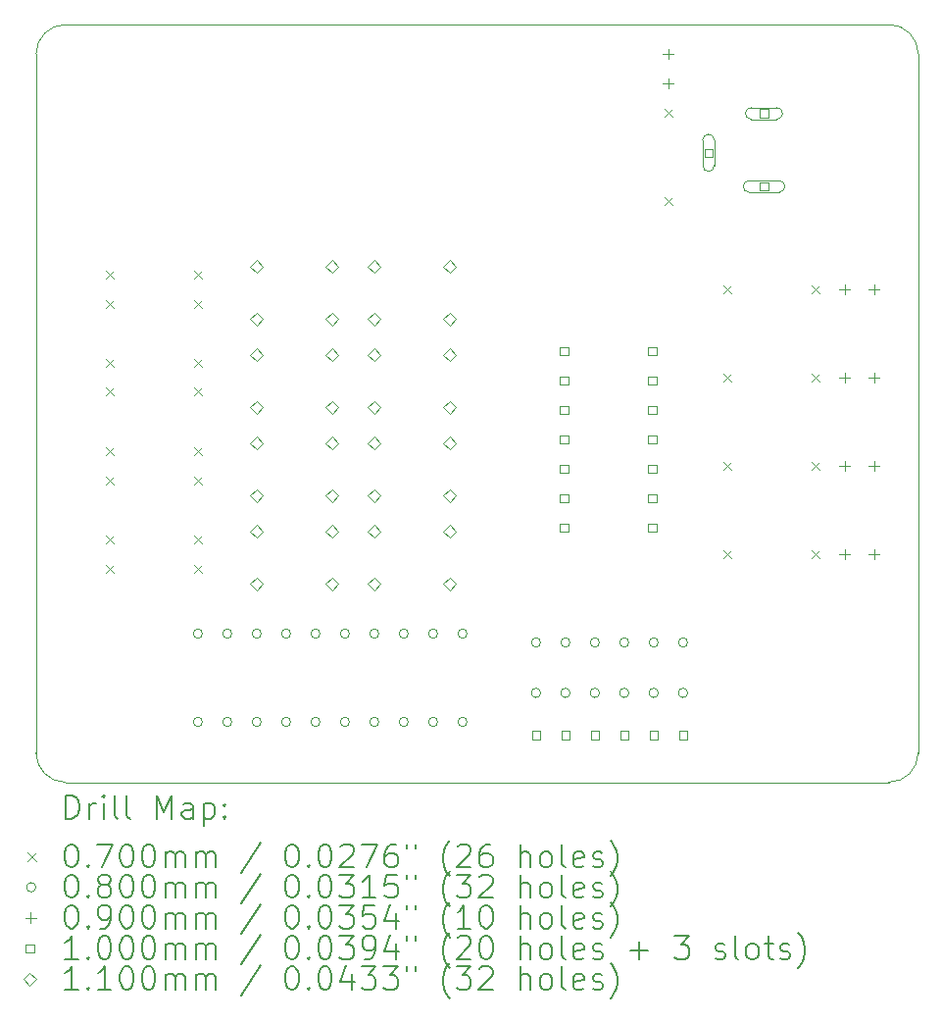
<source format=gbr>
%TF.GenerationSoftware,KiCad,Pcbnew,8.0.3*%
%TF.CreationDate,2024-12-06T19:50:11+13:00*%
%TF.ProjectId,DEC8881_tester,44454338-3838-4315-9f74-65737465722e,rev?*%
%TF.SameCoordinates,Original*%
%TF.FileFunction,Drillmap*%
%TF.FilePolarity,Positive*%
%FSLAX45Y45*%
G04 Gerber Fmt 4.5, Leading zero omitted, Abs format (unit mm)*
G04 Created by KiCad (PCBNEW 8.0.3) date 2024-12-06 19:50:11*
%MOMM*%
%LPD*%
G01*
G04 APERTURE LIST*
%ADD10C,0.050000*%
%ADD11C,0.200000*%
%ADD12C,0.100000*%
%ADD13C,0.110000*%
G04 APERTURE END LIST*
D10*
X19138900Y-12700000D02*
G75*
G02*
X18884900Y-12954000I-254000J0D01*
G01*
X11772900Y-12954000D02*
G75*
G02*
X11518900Y-12700000I0J254000D01*
G01*
X11518900Y-12700000D02*
X11518900Y-6667500D01*
X11518900Y-6667500D02*
G75*
G02*
X11772900Y-6413500I254000J0D01*
G01*
X11772900Y-6413500D02*
X18884900Y-6413500D01*
X18884900Y-6413500D02*
G75*
G02*
X19138900Y-6667500I0J-254000D01*
G01*
X18884900Y-12954000D02*
X11772900Y-12954000D01*
X19138900Y-6667500D02*
X19138900Y-12700000D01*
D11*
D12*
X12118900Y-8537500D02*
X12188900Y-8607500D01*
X12188900Y-8537500D02*
X12118900Y-8607500D01*
X12118900Y-8791500D02*
X12188900Y-8861500D01*
X12188900Y-8791500D02*
X12118900Y-8861500D01*
X12118900Y-9299500D02*
X12188900Y-9369500D01*
X12188900Y-9299500D02*
X12118900Y-9369500D01*
X12118900Y-9546500D02*
X12188900Y-9616500D01*
X12188900Y-9546500D02*
X12118900Y-9616500D01*
X12118900Y-10061500D02*
X12188900Y-10131500D01*
X12188900Y-10061500D02*
X12118900Y-10131500D01*
X12118900Y-10315500D02*
X12188900Y-10385500D01*
X12188900Y-10315500D02*
X12118900Y-10385500D01*
X12118900Y-10823500D02*
X12188900Y-10893500D01*
X12188900Y-10823500D02*
X12118900Y-10893500D01*
X12118900Y-11077500D02*
X12188900Y-11147500D01*
X12188900Y-11077500D02*
X12118900Y-11147500D01*
X12880900Y-8537500D02*
X12950900Y-8607500D01*
X12950900Y-8537500D02*
X12880900Y-8607500D01*
X12880900Y-8791500D02*
X12950900Y-8861500D01*
X12950900Y-8791500D02*
X12880900Y-8861500D01*
X12880900Y-9299500D02*
X12950900Y-9369500D01*
X12950900Y-9299500D02*
X12880900Y-9369500D01*
X12880900Y-9546500D02*
X12950900Y-9616500D01*
X12950900Y-9546500D02*
X12880900Y-9616500D01*
X12880900Y-10061500D02*
X12950900Y-10131500D01*
X12950900Y-10061500D02*
X12880900Y-10131500D01*
X12880900Y-10315500D02*
X12950900Y-10385500D01*
X12950900Y-10315500D02*
X12880900Y-10385500D01*
X12880900Y-10823500D02*
X12950900Y-10893500D01*
X12950900Y-10823500D02*
X12880900Y-10893500D01*
X12880900Y-11077500D02*
X12950900Y-11147500D01*
X12950900Y-11077500D02*
X12880900Y-11147500D01*
X16944900Y-7140500D02*
X17014900Y-7210500D01*
X17014900Y-7140500D02*
X16944900Y-7210500D01*
X16944900Y-7902500D02*
X17014900Y-7972500D01*
X17014900Y-7902500D02*
X16944900Y-7972500D01*
X17452900Y-8664500D02*
X17522900Y-8734500D01*
X17522900Y-8664500D02*
X17452900Y-8734500D01*
X17452900Y-9426500D02*
X17522900Y-9496500D01*
X17522900Y-9426500D02*
X17452900Y-9496500D01*
X17452900Y-10188500D02*
X17522900Y-10258500D01*
X17522900Y-10188500D02*
X17452900Y-10258500D01*
X17452900Y-10950500D02*
X17522900Y-11020500D01*
X17522900Y-10950500D02*
X17452900Y-11020500D01*
X18214900Y-8664500D02*
X18284900Y-8734500D01*
X18284900Y-8664500D02*
X18214900Y-8734500D01*
X18214900Y-9426500D02*
X18284900Y-9496500D01*
X18284900Y-9426500D02*
X18214900Y-9496500D01*
X18214900Y-10188500D02*
X18284900Y-10258500D01*
X18284900Y-10188500D02*
X18214900Y-10258500D01*
X18214900Y-10950500D02*
X18284900Y-11020500D01*
X18284900Y-10950500D02*
X18214900Y-11020500D01*
X12955900Y-11671300D02*
G75*
G02*
X12875900Y-11671300I-40000J0D01*
G01*
X12875900Y-11671300D02*
G75*
G02*
X12955900Y-11671300I40000J0D01*
G01*
X12955900Y-12433300D02*
G75*
G02*
X12875900Y-12433300I-40000J0D01*
G01*
X12875900Y-12433300D02*
G75*
G02*
X12955900Y-12433300I40000J0D01*
G01*
X13209900Y-11671300D02*
G75*
G02*
X13129900Y-11671300I-40000J0D01*
G01*
X13129900Y-11671300D02*
G75*
G02*
X13209900Y-11671300I40000J0D01*
G01*
X13209900Y-12433300D02*
G75*
G02*
X13129900Y-12433300I-40000J0D01*
G01*
X13129900Y-12433300D02*
G75*
G02*
X13209900Y-12433300I40000J0D01*
G01*
X13463900Y-11671300D02*
G75*
G02*
X13383900Y-11671300I-40000J0D01*
G01*
X13383900Y-11671300D02*
G75*
G02*
X13463900Y-11671300I40000J0D01*
G01*
X13463900Y-12433300D02*
G75*
G02*
X13383900Y-12433300I-40000J0D01*
G01*
X13383900Y-12433300D02*
G75*
G02*
X13463900Y-12433300I40000J0D01*
G01*
X13717900Y-11671300D02*
G75*
G02*
X13637900Y-11671300I-40000J0D01*
G01*
X13637900Y-11671300D02*
G75*
G02*
X13717900Y-11671300I40000J0D01*
G01*
X13717900Y-12433300D02*
G75*
G02*
X13637900Y-12433300I-40000J0D01*
G01*
X13637900Y-12433300D02*
G75*
G02*
X13717900Y-12433300I40000J0D01*
G01*
X13971900Y-11671300D02*
G75*
G02*
X13891900Y-11671300I-40000J0D01*
G01*
X13891900Y-11671300D02*
G75*
G02*
X13971900Y-11671300I40000J0D01*
G01*
X13971900Y-12433300D02*
G75*
G02*
X13891900Y-12433300I-40000J0D01*
G01*
X13891900Y-12433300D02*
G75*
G02*
X13971900Y-12433300I40000J0D01*
G01*
X14225900Y-11671300D02*
G75*
G02*
X14145900Y-11671300I-40000J0D01*
G01*
X14145900Y-11671300D02*
G75*
G02*
X14225900Y-11671300I40000J0D01*
G01*
X14225900Y-12433300D02*
G75*
G02*
X14145900Y-12433300I-40000J0D01*
G01*
X14145900Y-12433300D02*
G75*
G02*
X14225900Y-12433300I40000J0D01*
G01*
X14479900Y-11671300D02*
G75*
G02*
X14399900Y-11671300I-40000J0D01*
G01*
X14399900Y-11671300D02*
G75*
G02*
X14479900Y-11671300I40000J0D01*
G01*
X14479900Y-12433300D02*
G75*
G02*
X14399900Y-12433300I-40000J0D01*
G01*
X14399900Y-12433300D02*
G75*
G02*
X14479900Y-12433300I40000J0D01*
G01*
X14733900Y-11671300D02*
G75*
G02*
X14653900Y-11671300I-40000J0D01*
G01*
X14653900Y-11671300D02*
G75*
G02*
X14733900Y-11671300I40000J0D01*
G01*
X14733900Y-12433300D02*
G75*
G02*
X14653900Y-12433300I-40000J0D01*
G01*
X14653900Y-12433300D02*
G75*
G02*
X14733900Y-12433300I40000J0D01*
G01*
X14987900Y-11671300D02*
G75*
G02*
X14907900Y-11671300I-40000J0D01*
G01*
X14907900Y-11671300D02*
G75*
G02*
X14987900Y-11671300I40000J0D01*
G01*
X14987900Y-12433300D02*
G75*
G02*
X14907900Y-12433300I-40000J0D01*
G01*
X14907900Y-12433300D02*
G75*
G02*
X14987900Y-12433300I40000J0D01*
G01*
X15241900Y-11671300D02*
G75*
G02*
X15161900Y-11671300I-40000J0D01*
G01*
X15161900Y-11671300D02*
G75*
G02*
X15241900Y-11671300I40000J0D01*
G01*
X15241900Y-12433300D02*
G75*
G02*
X15161900Y-12433300I-40000J0D01*
G01*
X15161900Y-12433300D02*
G75*
G02*
X15241900Y-12433300I40000J0D01*
G01*
X15876900Y-11747500D02*
G75*
G02*
X15796900Y-11747500I-40000J0D01*
G01*
X15796900Y-11747500D02*
G75*
G02*
X15876900Y-11747500I40000J0D01*
G01*
X15876900Y-12182500D02*
G75*
G02*
X15796900Y-12182500I-40000J0D01*
G01*
X15796900Y-12182500D02*
G75*
G02*
X15876900Y-12182500I40000J0D01*
G01*
X16130900Y-11747500D02*
G75*
G02*
X16050900Y-11747500I-40000J0D01*
G01*
X16050900Y-11747500D02*
G75*
G02*
X16130900Y-11747500I40000J0D01*
G01*
X16130900Y-12182500D02*
G75*
G02*
X16050900Y-12182500I-40000J0D01*
G01*
X16050900Y-12182500D02*
G75*
G02*
X16130900Y-12182500I40000J0D01*
G01*
X16384900Y-11747500D02*
G75*
G02*
X16304900Y-11747500I-40000J0D01*
G01*
X16304900Y-11747500D02*
G75*
G02*
X16384900Y-11747500I40000J0D01*
G01*
X16384900Y-12182500D02*
G75*
G02*
X16304900Y-12182500I-40000J0D01*
G01*
X16304900Y-12182500D02*
G75*
G02*
X16384900Y-12182500I40000J0D01*
G01*
X16638900Y-11747500D02*
G75*
G02*
X16558900Y-11747500I-40000J0D01*
G01*
X16558900Y-11747500D02*
G75*
G02*
X16638900Y-11747500I40000J0D01*
G01*
X16638900Y-12182500D02*
G75*
G02*
X16558900Y-12182500I-40000J0D01*
G01*
X16558900Y-12182500D02*
G75*
G02*
X16638900Y-12182500I40000J0D01*
G01*
X16892900Y-11747500D02*
G75*
G02*
X16812900Y-11747500I-40000J0D01*
G01*
X16812900Y-11747500D02*
G75*
G02*
X16892900Y-11747500I40000J0D01*
G01*
X16892900Y-12182500D02*
G75*
G02*
X16812900Y-12182500I-40000J0D01*
G01*
X16812900Y-12182500D02*
G75*
G02*
X16892900Y-12182500I40000J0D01*
G01*
X17146900Y-11747500D02*
G75*
G02*
X17066900Y-11747500I-40000J0D01*
G01*
X17066900Y-11747500D02*
G75*
G02*
X17146900Y-11747500I40000J0D01*
G01*
X17146900Y-12182500D02*
G75*
G02*
X17066900Y-12182500I-40000J0D01*
G01*
X17066900Y-12182500D02*
G75*
G02*
X17146900Y-12182500I40000J0D01*
G01*
X16979900Y-6622500D02*
X16979900Y-6712500D01*
X16934900Y-6667500D02*
X17024900Y-6667500D01*
X16979900Y-6876500D02*
X16979900Y-6966500D01*
X16934900Y-6921500D02*
X17024900Y-6921500D01*
X18503900Y-8654500D02*
X18503900Y-8744500D01*
X18458900Y-8699500D02*
X18548900Y-8699500D01*
X18503900Y-9416500D02*
X18503900Y-9506500D01*
X18458900Y-9461500D02*
X18548900Y-9461500D01*
X18503900Y-10178500D02*
X18503900Y-10268500D01*
X18458900Y-10223500D02*
X18548900Y-10223500D01*
X18503900Y-10940500D02*
X18503900Y-11030500D01*
X18458900Y-10985500D02*
X18548900Y-10985500D01*
X18757900Y-8654500D02*
X18757900Y-8744500D01*
X18712900Y-8699500D02*
X18802900Y-8699500D01*
X18757900Y-9416500D02*
X18757900Y-9506500D01*
X18712900Y-9461500D02*
X18802900Y-9461500D01*
X18757900Y-10178500D02*
X18757900Y-10268500D01*
X18712900Y-10223500D02*
X18802900Y-10223500D01*
X18757900Y-10940500D02*
X18757900Y-11030500D01*
X18712900Y-10985500D02*
X18802900Y-10985500D01*
X15872256Y-12582956D02*
X15872256Y-12512244D01*
X15801544Y-12512244D01*
X15801544Y-12582956D01*
X15872256Y-12582956D01*
X16116096Y-9268256D02*
X16116096Y-9197544D01*
X16045384Y-9197544D01*
X16045384Y-9268256D01*
X16116096Y-9268256D01*
X16116096Y-9522256D02*
X16116096Y-9451544D01*
X16045384Y-9451544D01*
X16045384Y-9522256D01*
X16116096Y-9522256D01*
X16116096Y-9776256D02*
X16116096Y-9705544D01*
X16045384Y-9705544D01*
X16045384Y-9776256D01*
X16116096Y-9776256D01*
X16116096Y-10030256D02*
X16116096Y-9959544D01*
X16045384Y-9959544D01*
X16045384Y-10030256D01*
X16116096Y-10030256D01*
X16116096Y-10284256D02*
X16116096Y-10213544D01*
X16045384Y-10213544D01*
X16045384Y-10284256D01*
X16116096Y-10284256D01*
X16116096Y-10538256D02*
X16116096Y-10467544D01*
X16045384Y-10467544D01*
X16045384Y-10538256D01*
X16116096Y-10538256D01*
X16116096Y-10792256D02*
X16116096Y-10721544D01*
X16045384Y-10721544D01*
X16045384Y-10792256D01*
X16116096Y-10792256D01*
X16126256Y-12582956D02*
X16126256Y-12512244D01*
X16055544Y-12512244D01*
X16055544Y-12582956D01*
X16126256Y-12582956D01*
X16380256Y-12582956D02*
X16380256Y-12512244D01*
X16309544Y-12512244D01*
X16309544Y-12582956D01*
X16380256Y-12582956D01*
X16634256Y-12582956D02*
X16634256Y-12512244D01*
X16563544Y-12512244D01*
X16563544Y-12582956D01*
X16634256Y-12582956D01*
X16878096Y-9268256D02*
X16878096Y-9197544D01*
X16807384Y-9197544D01*
X16807384Y-9268256D01*
X16878096Y-9268256D01*
X16878096Y-9522256D02*
X16878096Y-9451544D01*
X16807384Y-9451544D01*
X16807384Y-9522256D01*
X16878096Y-9522256D01*
X16878096Y-9776256D02*
X16878096Y-9705544D01*
X16807384Y-9705544D01*
X16807384Y-9776256D01*
X16878096Y-9776256D01*
X16878096Y-10030256D02*
X16878096Y-9959544D01*
X16807384Y-9959544D01*
X16807384Y-10030256D01*
X16878096Y-10030256D01*
X16878096Y-10284256D02*
X16878096Y-10213544D01*
X16807384Y-10213544D01*
X16807384Y-10284256D01*
X16878096Y-10284256D01*
X16878096Y-10538256D02*
X16878096Y-10467544D01*
X16807384Y-10467544D01*
X16807384Y-10538256D01*
X16878096Y-10538256D01*
X16878096Y-10792256D02*
X16878096Y-10721544D01*
X16807384Y-10721544D01*
X16807384Y-10792256D01*
X16878096Y-10792256D01*
X16888256Y-12582956D02*
X16888256Y-12512244D01*
X16817544Y-12512244D01*
X16817544Y-12582956D01*
X16888256Y-12582956D01*
X17142256Y-12582956D02*
X17142256Y-12512244D01*
X17071544Y-12512244D01*
X17071544Y-12582956D01*
X17142256Y-12582956D01*
X17362256Y-7555856D02*
X17362256Y-7485144D01*
X17291544Y-7485144D01*
X17291544Y-7555856D01*
X17362256Y-7555856D01*
X17376900Y-7630500D02*
X17376900Y-7410500D01*
X17276900Y-7410500D02*
G75*
G02*
X17376900Y-7410500I50000J0D01*
G01*
X17276900Y-7410500D02*
X17276900Y-7630500D01*
X17276900Y-7630500D02*
G75*
G03*
X17376900Y-7630500I50000J0D01*
G01*
X17842256Y-7215856D02*
X17842256Y-7145144D01*
X17771544Y-7145144D01*
X17771544Y-7215856D01*
X17842256Y-7215856D01*
X17916900Y-7130500D02*
X17696900Y-7130500D01*
X17696900Y-7230500D02*
G75*
G02*
X17696900Y-7130500I0J50000D01*
G01*
X17696900Y-7230500D02*
X17916900Y-7230500D01*
X17916900Y-7230500D02*
G75*
G03*
X17916900Y-7130500I0J50000D01*
G01*
X17842256Y-7845856D02*
X17842256Y-7775144D01*
X17771544Y-7775144D01*
X17771544Y-7845856D01*
X17842256Y-7845856D01*
X17936900Y-7760500D02*
X17676900Y-7760500D01*
X17676900Y-7860500D02*
G75*
G02*
X17676900Y-7760500I0J50000D01*
G01*
X17676900Y-7860500D02*
X17936900Y-7860500D01*
X17936900Y-7860500D02*
G75*
G03*
X17936900Y-7760500I0J50000D01*
G01*
D13*
X13423900Y-8558500D02*
X13478900Y-8503500D01*
X13423900Y-8448500D01*
X13368900Y-8503500D01*
X13423900Y-8558500D01*
X13423900Y-9008500D02*
X13478900Y-8953500D01*
X13423900Y-8898500D01*
X13368900Y-8953500D01*
X13423900Y-9008500D01*
X13423900Y-9320500D02*
X13478900Y-9265500D01*
X13423900Y-9210500D01*
X13368900Y-9265500D01*
X13423900Y-9320500D01*
X13423900Y-9770500D02*
X13478900Y-9715500D01*
X13423900Y-9660500D01*
X13368900Y-9715500D01*
X13423900Y-9770500D01*
X13423900Y-10082500D02*
X13478900Y-10027500D01*
X13423900Y-9972500D01*
X13368900Y-10027500D01*
X13423900Y-10082500D01*
X13423900Y-10532500D02*
X13478900Y-10477500D01*
X13423900Y-10422500D01*
X13368900Y-10477500D01*
X13423900Y-10532500D01*
X13423900Y-10844500D02*
X13478900Y-10789500D01*
X13423900Y-10734500D01*
X13368900Y-10789500D01*
X13423900Y-10844500D01*
X13423900Y-11294500D02*
X13478900Y-11239500D01*
X13423900Y-11184500D01*
X13368900Y-11239500D01*
X13423900Y-11294500D01*
X14073900Y-8558500D02*
X14128900Y-8503500D01*
X14073900Y-8448500D01*
X14018900Y-8503500D01*
X14073900Y-8558500D01*
X14073900Y-9008500D02*
X14128900Y-8953500D01*
X14073900Y-8898500D01*
X14018900Y-8953500D01*
X14073900Y-9008500D01*
X14073900Y-9320500D02*
X14128900Y-9265500D01*
X14073900Y-9210500D01*
X14018900Y-9265500D01*
X14073900Y-9320500D01*
X14073900Y-9770500D02*
X14128900Y-9715500D01*
X14073900Y-9660500D01*
X14018900Y-9715500D01*
X14073900Y-9770500D01*
X14073900Y-10082500D02*
X14128900Y-10027500D01*
X14073900Y-9972500D01*
X14018900Y-10027500D01*
X14073900Y-10082500D01*
X14073900Y-10532500D02*
X14128900Y-10477500D01*
X14073900Y-10422500D01*
X14018900Y-10477500D01*
X14073900Y-10532500D01*
X14073900Y-10844500D02*
X14128900Y-10789500D01*
X14073900Y-10734500D01*
X14018900Y-10789500D01*
X14073900Y-10844500D01*
X14073900Y-11294500D02*
X14128900Y-11239500D01*
X14073900Y-11184500D01*
X14018900Y-11239500D01*
X14073900Y-11294500D01*
X14439900Y-8558500D02*
X14494900Y-8503500D01*
X14439900Y-8448500D01*
X14384900Y-8503500D01*
X14439900Y-8558500D01*
X14439900Y-9008500D02*
X14494900Y-8953500D01*
X14439900Y-8898500D01*
X14384900Y-8953500D01*
X14439900Y-9008500D01*
X14439900Y-9320500D02*
X14494900Y-9265500D01*
X14439900Y-9210500D01*
X14384900Y-9265500D01*
X14439900Y-9320500D01*
X14439900Y-9770500D02*
X14494900Y-9715500D01*
X14439900Y-9660500D01*
X14384900Y-9715500D01*
X14439900Y-9770500D01*
X14439900Y-10082500D02*
X14494900Y-10027500D01*
X14439900Y-9972500D01*
X14384900Y-10027500D01*
X14439900Y-10082500D01*
X14439900Y-10532500D02*
X14494900Y-10477500D01*
X14439900Y-10422500D01*
X14384900Y-10477500D01*
X14439900Y-10532500D01*
X14439900Y-10844500D02*
X14494900Y-10789500D01*
X14439900Y-10734500D01*
X14384900Y-10789500D01*
X14439900Y-10844500D01*
X14439900Y-11294500D02*
X14494900Y-11239500D01*
X14439900Y-11184500D01*
X14384900Y-11239500D01*
X14439900Y-11294500D01*
X15089900Y-8558500D02*
X15144900Y-8503500D01*
X15089900Y-8448500D01*
X15034900Y-8503500D01*
X15089900Y-8558500D01*
X15089900Y-9008500D02*
X15144900Y-8953500D01*
X15089900Y-8898500D01*
X15034900Y-8953500D01*
X15089900Y-9008500D01*
X15089900Y-9320500D02*
X15144900Y-9265500D01*
X15089900Y-9210500D01*
X15034900Y-9265500D01*
X15089900Y-9320500D01*
X15089900Y-9770500D02*
X15144900Y-9715500D01*
X15089900Y-9660500D01*
X15034900Y-9715500D01*
X15089900Y-9770500D01*
X15089900Y-10082500D02*
X15144900Y-10027500D01*
X15089900Y-9972500D01*
X15034900Y-10027500D01*
X15089900Y-10082500D01*
X15089900Y-10532500D02*
X15144900Y-10477500D01*
X15089900Y-10422500D01*
X15034900Y-10477500D01*
X15089900Y-10532500D01*
X15089900Y-10844500D02*
X15144900Y-10789500D01*
X15089900Y-10734500D01*
X15034900Y-10789500D01*
X15089900Y-10844500D01*
X15089900Y-11294500D02*
X15144900Y-11239500D01*
X15089900Y-11184500D01*
X15034900Y-11239500D01*
X15089900Y-11294500D01*
D11*
X11777177Y-13267984D02*
X11777177Y-13067984D01*
X11777177Y-13067984D02*
X11824796Y-13067984D01*
X11824796Y-13067984D02*
X11853367Y-13077508D01*
X11853367Y-13077508D02*
X11872415Y-13096555D01*
X11872415Y-13096555D02*
X11881939Y-13115603D01*
X11881939Y-13115603D02*
X11891462Y-13153698D01*
X11891462Y-13153698D02*
X11891462Y-13182269D01*
X11891462Y-13182269D02*
X11881939Y-13220365D01*
X11881939Y-13220365D02*
X11872415Y-13239412D01*
X11872415Y-13239412D02*
X11853367Y-13258460D01*
X11853367Y-13258460D02*
X11824796Y-13267984D01*
X11824796Y-13267984D02*
X11777177Y-13267984D01*
X11977177Y-13267984D02*
X11977177Y-13134650D01*
X11977177Y-13172746D02*
X11986701Y-13153698D01*
X11986701Y-13153698D02*
X11996224Y-13144174D01*
X11996224Y-13144174D02*
X12015272Y-13134650D01*
X12015272Y-13134650D02*
X12034320Y-13134650D01*
X12100986Y-13267984D02*
X12100986Y-13134650D01*
X12100986Y-13067984D02*
X12091462Y-13077508D01*
X12091462Y-13077508D02*
X12100986Y-13087031D01*
X12100986Y-13087031D02*
X12110510Y-13077508D01*
X12110510Y-13077508D02*
X12100986Y-13067984D01*
X12100986Y-13067984D02*
X12100986Y-13087031D01*
X12224796Y-13267984D02*
X12205748Y-13258460D01*
X12205748Y-13258460D02*
X12196224Y-13239412D01*
X12196224Y-13239412D02*
X12196224Y-13067984D01*
X12329558Y-13267984D02*
X12310510Y-13258460D01*
X12310510Y-13258460D02*
X12300986Y-13239412D01*
X12300986Y-13239412D02*
X12300986Y-13067984D01*
X12558129Y-13267984D02*
X12558129Y-13067984D01*
X12558129Y-13067984D02*
X12624796Y-13210841D01*
X12624796Y-13210841D02*
X12691462Y-13067984D01*
X12691462Y-13067984D02*
X12691462Y-13267984D01*
X12872415Y-13267984D02*
X12872415Y-13163222D01*
X12872415Y-13163222D02*
X12862891Y-13144174D01*
X12862891Y-13144174D02*
X12843843Y-13134650D01*
X12843843Y-13134650D02*
X12805748Y-13134650D01*
X12805748Y-13134650D02*
X12786701Y-13144174D01*
X12872415Y-13258460D02*
X12853367Y-13267984D01*
X12853367Y-13267984D02*
X12805748Y-13267984D01*
X12805748Y-13267984D02*
X12786701Y-13258460D01*
X12786701Y-13258460D02*
X12777177Y-13239412D01*
X12777177Y-13239412D02*
X12777177Y-13220365D01*
X12777177Y-13220365D02*
X12786701Y-13201317D01*
X12786701Y-13201317D02*
X12805748Y-13191793D01*
X12805748Y-13191793D02*
X12853367Y-13191793D01*
X12853367Y-13191793D02*
X12872415Y-13182269D01*
X12967653Y-13134650D02*
X12967653Y-13334650D01*
X12967653Y-13144174D02*
X12986701Y-13134650D01*
X12986701Y-13134650D02*
X13024796Y-13134650D01*
X13024796Y-13134650D02*
X13043843Y-13144174D01*
X13043843Y-13144174D02*
X13053367Y-13153698D01*
X13053367Y-13153698D02*
X13062891Y-13172746D01*
X13062891Y-13172746D02*
X13062891Y-13229888D01*
X13062891Y-13229888D02*
X13053367Y-13248936D01*
X13053367Y-13248936D02*
X13043843Y-13258460D01*
X13043843Y-13258460D02*
X13024796Y-13267984D01*
X13024796Y-13267984D02*
X12986701Y-13267984D01*
X12986701Y-13267984D02*
X12967653Y-13258460D01*
X13148605Y-13248936D02*
X13158129Y-13258460D01*
X13158129Y-13258460D02*
X13148605Y-13267984D01*
X13148605Y-13267984D02*
X13139082Y-13258460D01*
X13139082Y-13258460D02*
X13148605Y-13248936D01*
X13148605Y-13248936D02*
X13148605Y-13267984D01*
X13148605Y-13144174D02*
X13158129Y-13153698D01*
X13158129Y-13153698D02*
X13148605Y-13163222D01*
X13148605Y-13163222D02*
X13139082Y-13153698D01*
X13139082Y-13153698D02*
X13148605Y-13144174D01*
X13148605Y-13144174D02*
X13148605Y-13163222D01*
D12*
X11446400Y-13561500D02*
X11516400Y-13631500D01*
X11516400Y-13561500D02*
X11446400Y-13631500D01*
D11*
X11815272Y-13487984D02*
X11834320Y-13487984D01*
X11834320Y-13487984D02*
X11853367Y-13497508D01*
X11853367Y-13497508D02*
X11862891Y-13507031D01*
X11862891Y-13507031D02*
X11872415Y-13526079D01*
X11872415Y-13526079D02*
X11881939Y-13564174D01*
X11881939Y-13564174D02*
X11881939Y-13611793D01*
X11881939Y-13611793D02*
X11872415Y-13649888D01*
X11872415Y-13649888D02*
X11862891Y-13668936D01*
X11862891Y-13668936D02*
X11853367Y-13678460D01*
X11853367Y-13678460D02*
X11834320Y-13687984D01*
X11834320Y-13687984D02*
X11815272Y-13687984D01*
X11815272Y-13687984D02*
X11796224Y-13678460D01*
X11796224Y-13678460D02*
X11786701Y-13668936D01*
X11786701Y-13668936D02*
X11777177Y-13649888D01*
X11777177Y-13649888D02*
X11767653Y-13611793D01*
X11767653Y-13611793D02*
X11767653Y-13564174D01*
X11767653Y-13564174D02*
X11777177Y-13526079D01*
X11777177Y-13526079D02*
X11786701Y-13507031D01*
X11786701Y-13507031D02*
X11796224Y-13497508D01*
X11796224Y-13497508D02*
X11815272Y-13487984D01*
X11967653Y-13668936D02*
X11977177Y-13678460D01*
X11977177Y-13678460D02*
X11967653Y-13687984D01*
X11967653Y-13687984D02*
X11958129Y-13678460D01*
X11958129Y-13678460D02*
X11967653Y-13668936D01*
X11967653Y-13668936D02*
X11967653Y-13687984D01*
X12043843Y-13487984D02*
X12177177Y-13487984D01*
X12177177Y-13487984D02*
X12091462Y-13687984D01*
X12291462Y-13487984D02*
X12310510Y-13487984D01*
X12310510Y-13487984D02*
X12329558Y-13497508D01*
X12329558Y-13497508D02*
X12339082Y-13507031D01*
X12339082Y-13507031D02*
X12348605Y-13526079D01*
X12348605Y-13526079D02*
X12358129Y-13564174D01*
X12358129Y-13564174D02*
X12358129Y-13611793D01*
X12358129Y-13611793D02*
X12348605Y-13649888D01*
X12348605Y-13649888D02*
X12339082Y-13668936D01*
X12339082Y-13668936D02*
X12329558Y-13678460D01*
X12329558Y-13678460D02*
X12310510Y-13687984D01*
X12310510Y-13687984D02*
X12291462Y-13687984D01*
X12291462Y-13687984D02*
X12272415Y-13678460D01*
X12272415Y-13678460D02*
X12262891Y-13668936D01*
X12262891Y-13668936D02*
X12253367Y-13649888D01*
X12253367Y-13649888D02*
X12243843Y-13611793D01*
X12243843Y-13611793D02*
X12243843Y-13564174D01*
X12243843Y-13564174D02*
X12253367Y-13526079D01*
X12253367Y-13526079D02*
X12262891Y-13507031D01*
X12262891Y-13507031D02*
X12272415Y-13497508D01*
X12272415Y-13497508D02*
X12291462Y-13487984D01*
X12481939Y-13487984D02*
X12500986Y-13487984D01*
X12500986Y-13487984D02*
X12520034Y-13497508D01*
X12520034Y-13497508D02*
X12529558Y-13507031D01*
X12529558Y-13507031D02*
X12539082Y-13526079D01*
X12539082Y-13526079D02*
X12548605Y-13564174D01*
X12548605Y-13564174D02*
X12548605Y-13611793D01*
X12548605Y-13611793D02*
X12539082Y-13649888D01*
X12539082Y-13649888D02*
X12529558Y-13668936D01*
X12529558Y-13668936D02*
X12520034Y-13678460D01*
X12520034Y-13678460D02*
X12500986Y-13687984D01*
X12500986Y-13687984D02*
X12481939Y-13687984D01*
X12481939Y-13687984D02*
X12462891Y-13678460D01*
X12462891Y-13678460D02*
X12453367Y-13668936D01*
X12453367Y-13668936D02*
X12443843Y-13649888D01*
X12443843Y-13649888D02*
X12434320Y-13611793D01*
X12434320Y-13611793D02*
X12434320Y-13564174D01*
X12434320Y-13564174D02*
X12443843Y-13526079D01*
X12443843Y-13526079D02*
X12453367Y-13507031D01*
X12453367Y-13507031D02*
X12462891Y-13497508D01*
X12462891Y-13497508D02*
X12481939Y-13487984D01*
X12634320Y-13687984D02*
X12634320Y-13554650D01*
X12634320Y-13573698D02*
X12643843Y-13564174D01*
X12643843Y-13564174D02*
X12662891Y-13554650D01*
X12662891Y-13554650D02*
X12691463Y-13554650D01*
X12691463Y-13554650D02*
X12710510Y-13564174D01*
X12710510Y-13564174D02*
X12720034Y-13583222D01*
X12720034Y-13583222D02*
X12720034Y-13687984D01*
X12720034Y-13583222D02*
X12729558Y-13564174D01*
X12729558Y-13564174D02*
X12748605Y-13554650D01*
X12748605Y-13554650D02*
X12777177Y-13554650D01*
X12777177Y-13554650D02*
X12796224Y-13564174D01*
X12796224Y-13564174D02*
X12805748Y-13583222D01*
X12805748Y-13583222D02*
X12805748Y-13687984D01*
X12900986Y-13687984D02*
X12900986Y-13554650D01*
X12900986Y-13573698D02*
X12910510Y-13564174D01*
X12910510Y-13564174D02*
X12929558Y-13554650D01*
X12929558Y-13554650D02*
X12958129Y-13554650D01*
X12958129Y-13554650D02*
X12977177Y-13564174D01*
X12977177Y-13564174D02*
X12986701Y-13583222D01*
X12986701Y-13583222D02*
X12986701Y-13687984D01*
X12986701Y-13583222D02*
X12996224Y-13564174D01*
X12996224Y-13564174D02*
X13015272Y-13554650D01*
X13015272Y-13554650D02*
X13043843Y-13554650D01*
X13043843Y-13554650D02*
X13062891Y-13564174D01*
X13062891Y-13564174D02*
X13072415Y-13583222D01*
X13072415Y-13583222D02*
X13072415Y-13687984D01*
X13462891Y-13478460D02*
X13291463Y-13735603D01*
X13720034Y-13487984D02*
X13739082Y-13487984D01*
X13739082Y-13487984D02*
X13758129Y-13497508D01*
X13758129Y-13497508D02*
X13767653Y-13507031D01*
X13767653Y-13507031D02*
X13777177Y-13526079D01*
X13777177Y-13526079D02*
X13786701Y-13564174D01*
X13786701Y-13564174D02*
X13786701Y-13611793D01*
X13786701Y-13611793D02*
X13777177Y-13649888D01*
X13777177Y-13649888D02*
X13767653Y-13668936D01*
X13767653Y-13668936D02*
X13758129Y-13678460D01*
X13758129Y-13678460D02*
X13739082Y-13687984D01*
X13739082Y-13687984D02*
X13720034Y-13687984D01*
X13720034Y-13687984D02*
X13700986Y-13678460D01*
X13700986Y-13678460D02*
X13691463Y-13668936D01*
X13691463Y-13668936D02*
X13681939Y-13649888D01*
X13681939Y-13649888D02*
X13672415Y-13611793D01*
X13672415Y-13611793D02*
X13672415Y-13564174D01*
X13672415Y-13564174D02*
X13681939Y-13526079D01*
X13681939Y-13526079D02*
X13691463Y-13507031D01*
X13691463Y-13507031D02*
X13700986Y-13497508D01*
X13700986Y-13497508D02*
X13720034Y-13487984D01*
X13872415Y-13668936D02*
X13881939Y-13678460D01*
X13881939Y-13678460D02*
X13872415Y-13687984D01*
X13872415Y-13687984D02*
X13862891Y-13678460D01*
X13862891Y-13678460D02*
X13872415Y-13668936D01*
X13872415Y-13668936D02*
X13872415Y-13687984D01*
X14005748Y-13487984D02*
X14024796Y-13487984D01*
X14024796Y-13487984D02*
X14043844Y-13497508D01*
X14043844Y-13497508D02*
X14053367Y-13507031D01*
X14053367Y-13507031D02*
X14062891Y-13526079D01*
X14062891Y-13526079D02*
X14072415Y-13564174D01*
X14072415Y-13564174D02*
X14072415Y-13611793D01*
X14072415Y-13611793D02*
X14062891Y-13649888D01*
X14062891Y-13649888D02*
X14053367Y-13668936D01*
X14053367Y-13668936D02*
X14043844Y-13678460D01*
X14043844Y-13678460D02*
X14024796Y-13687984D01*
X14024796Y-13687984D02*
X14005748Y-13687984D01*
X14005748Y-13687984D02*
X13986701Y-13678460D01*
X13986701Y-13678460D02*
X13977177Y-13668936D01*
X13977177Y-13668936D02*
X13967653Y-13649888D01*
X13967653Y-13649888D02*
X13958129Y-13611793D01*
X13958129Y-13611793D02*
X13958129Y-13564174D01*
X13958129Y-13564174D02*
X13967653Y-13526079D01*
X13967653Y-13526079D02*
X13977177Y-13507031D01*
X13977177Y-13507031D02*
X13986701Y-13497508D01*
X13986701Y-13497508D02*
X14005748Y-13487984D01*
X14148606Y-13507031D02*
X14158129Y-13497508D01*
X14158129Y-13497508D02*
X14177177Y-13487984D01*
X14177177Y-13487984D02*
X14224796Y-13487984D01*
X14224796Y-13487984D02*
X14243844Y-13497508D01*
X14243844Y-13497508D02*
X14253367Y-13507031D01*
X14253367Y-13507031D02*
X14262891Y-13526079D01*
X14262891Y-13526079D02*
X14262891Y-13545127D01*
X14262891Y-13545127D02*
X14253367Y-13573698D01*
X14253367Y-13573698D02*
X14139082Y-13687984D01*
X14139082Y-13687984D02*
X14262891Y-13687984D01*
X14329558Y-13487984D02*
X14462891Y-13487984D01*
X14462891Y-13487984D02*
X14377177Y-13687984D01*
X14624796Y-13487984D02*
X14586701Y-13487984D01*
X14586701Y-13487984D02*
X14567653Y-13497508D01*
X14567653Y-13497508D02*
X14558129Y-13507031D01*
X14558129Y-13507031D02*
X14539082Y-13535603D01*
X14539082Y-13535603D02*
X14529558Y-13573698D01*
X14529558Y-13573698D02*
X14529558Y-13649888D01*
X14529558Y-13649888D02*
X14539082Y-13668936D01*
X14539082Y-13668936D02*
X14548606Y-13678460D01*
X14548606Y-13678460D02*
X14567653Y-13687984D01*
X14567653Y-13687984D02*
X14605748Y-13687984D01*
X14605748Y-13687984D02*
X14624796Y-13678460D01*
X14624796Y-13678460D02*
X14634320Y-13668936D01*
X14634320Y-13668936D02*
X14643844Y-13649888D01*
X14643844Y-13649888D02*
X14643844Y-13602269D01*
X14643844Y-13602269D02*
X14634320Y-13583222D01*
X14634320Y-13583222D02*
X14624796Y-13573698D01*
X14624796Y-13573698D02*
X14605748Y-13564174D01*
X14605748Y-13564174D02*
X14567653Y-13564174D01*
X14567653Y-13564174D02*
X14548606Y-13573698D01*
X14548606Y-13573698D02*
X14539082Y-13583222D01*
X14539082Y-13583222D02*
X14529558Y-13602269D01*
X14720034Y-13487984D02*
X14720034Y-13526079D01*
X14796225Y-13487984D02*
X14796225Y-13526079D01*
X15091463Y-13764174D02*
X15081939Y-13754650D01*
X15081939Y-13754650D02*
X15062891Y-13726079D01*
X15062891Y-13726079D02*
X15053368Y-13707031D01*
X15053368Y-13707031D02*
X15043844Y-13678460D01*
X15043844Y-13678460D02*
X15034320Y-13630841D01*
X15034320Y-13630841D02*
X15034320Y-13592746D01*
X15034320Y-13592746D02*
X15043844Y-13545127D01*
X15043844Y-13545127D02*
X15053368Y-13516555D01*
X15053368Y-13516555D02*
X15062891Y-13497508D01*
X15062891Y-13497508D02*
X15081939Y-13468936D01*
X15081939Y-13468936D02*
X15091463Y-13459412D01*
X15158129Y-13507031D02*
X15167653Y-13497508D01*
X15167653Y-13497508D02*
X15186701Y-13487984D01*
X15186701Y-13487984D02*
X15234320Y-13487984D01*
X15234320Y-13487984D02*
X15253368Y-13497508D01*
X15253368Y-13497508D02*
X15262891Y-13507031D01*
X15262891Y-13507031D02*
X15272415Y-13526079D01*
X15272415Y-13526079D02*
X15272415Y-13545127D01*
X15272415Y-13545127D02*
X15262891Y-13573698D01*
X15262891Y-13573698D02*
X15148606Y-13687984D01*
X15148606Y-13687984D02*
X15272415Y-13687984D01*
X15443844Y-13487984D02*
X15405748Y-13487984D01*
X15405748Y-13487984D02*
X15386701Y-13497508D01*
X15386701Y-13497508D02*
X15377177Y-13507031D01*
X15377177Y-13507031D02*
X15358129Y-13535603D01*
X15358129Y-13535603D02*
X15348606Y-13573698D01*
X15348606Y-13573698D02*
X15348606Y-13649888D01*
X15348606Y-13649888D02*
X15358129Y-13668936D01*
X15358129Y-13668936D02*
X15367653Y-13678460D01*
X15367653Y-13678460D02*
X15386701Y-13687984D01*
X15386701Y-13687984D02*
X15424796Y-13687984D01*
X15424796Y-13687984D02*
X15443844Y-13678460D01*
X15443844Y-13678460D02*
X15453368Y-13668936D01*
X15453368Y-13668936D02*
X15462891Y-13649888D01*
X15462891Y-13649888D02*
X15462891Y-13602269D01*
X15462891Y-13602269D02*
X15453368Y-13583222D01*
X15453368Y-13583222D02*
X15443844Y-13573698D01*
X15443844Y-13573698D02*
X15424796Y-13564174D01*
X15424796Y-13564174D02*
X15386701Y-13564174D01*
X15386701Y-13564174D02*
X15367653Y-13573698D01*
X15367653Y-13573698D02*
X15358129Y-13583222D01*
X15358129Y-13583222D02*
X15348606Y-13602269D01*
X15700987Y-13687984D02*
X15700987Y-13487984D01*
X15786701Y-13687984D02*
X15786701Y-13583222D01*
X15786701Y-13583222D02*
X15777177Y-13564174D01*
X15777177Y-13564174D02*
X15758130Y-13554650D01*
X15758130Y-13554650D02*
X15729558Y-13554650D01*
X15729558Y-13554650D02*
X15710510Y-13564174D01*
X15710510Y-13564174D02*
X15700987Y-13573698D01*
X15910510Y-13687984D02*
X15891463Y-13678460D01*
X15891463Y-13678460D02*
X15881939Y-13668936D01*
X15881939Y-13668936D02*
X15872415Y-13649888D01*
X15872415Y-13649888D02*
X15872415Y-13592746D01*
X15872415Y-13592746D02*
X15881939Y-13573698D01*
X15881939Y-13573698D02*
X15891463Y-13564174D01*
X15891463Y-13564174D02*
X15910510Y-13554650D01*
X15910510Y-13554650D02*
X15939082Y-13554650D01*
X15939082Y-13554650D02*
X15958130Y-13564174D01*
X15958130Y-13564174D02*
X15967653Y-13573698D01*
X15967653Y-13573698D02*
X15977177Y-13592746D01*
X15977177Y-13592746D02*
X15977177Y-13649888D01*
X15977177Y-13649888D02*
X15967653Y-13668936D01*
X15967653Y-13668936D02*
X15958130Y-13678460D01*
X15958130Y-13678460D02*
X15939082Y-13687984D01*
X15939082Y-13687984D02*
X15910510Y-13687984D01*
X16091463Y-13687984D02*
X16072415Y-13678460D01*
X16072415Y-13678460D02*
X16062891Y-13659412D01*
X16062891Y-13659412D02*
X16062891Y-13487984D01*
X16243844Y-13678460D02*
X16224796Y-13687984D01*
X16224796Y-13687984D02*
X16186701Y-13687984D01*
X16186701Y-13687984D02*
X16167653Y-13678460D01*
X16167653Y-13678460D02*
X16158130Y-13659412D01*
X16158130Y-13659412D02*
X16158130Y-13583222D01*
X16158130Y-13583222D02*
X16167653Y-13564174D01*
X16167653Y-13564174D02*
X16186701Y-13554650D01*
X16186701Y-13554650D02*
X16224796Y-13554650D01*
X16224796Y-13554650D02*
X16243844Y-13564174D01*
X16243844Y-13564174D02*
X16253368Y-13583222D01*
X16253368Y-13583222D02*
X16253368Y-13602269D01*
X16253368Y-13602269D02*
X16158130Y-13621317D01*
X16329558Y-13678460D02*
X16348606Y-13687984D01*
X16348606Y-13687984D02*
X16386701Y-13687984D01*
X16386701Y-13687984D02*
X16405749Y-13678460D01*
X16405749Y-13678460D02*
X16415272Y-13659412D01*
X16415272Y-13659412D02*
X16415272Y-13649888D01*
X16415272Y-13649888D02*
X16405749Y-13630841D01*
X16405749Y-13630841D02*
X16386701Y-13621317D01*
X16386701Y-13621317D02*
X16358130Y-13621317D01*
X16358130Y-13621317D02*
X16339082Y-13611793D01*
X16339082Y-13611793D02*
X16329558Y-13592746D01*
X16329558Y-13592746D02*
X16329558Y-13583222D01*
X16329558Y-13583222D02*
X16339082Y-13564174D01*
X16339082Y-13564174D02*
X16358130Y-13554650D01*
X16358130Y-13554650D02*
X16386701Y-13554650D01*
X16386701Y-13554650D02*
X16405749Y-13564174D01*
X16481939Y-13764174D02*
X16491463Y-13754650D01*
X16491463Y-13754650D02*
X16510511Y-13726079D01*
X16510511Y-13726079D02*
X16520034Y-13707031D01*
X16520034Y-13707031D02*
X16529558Y-13678460D01*
X16529558Y-13678460D02*
X16539082Y-13630841D01*
X16539082Y-13630841D02*
X16539082Y-13592746D01*
X16539082Y-13592746D02*
X16529558Y-13545127D01*
X16529558Y-13545127D02*
X16520034Y-13516555D01*
X16520034Y-13516555D02*
X16510511Y-13497508D01*
X16510511Y-13497508D02*
X16491463Y-13468936D01*
X16491463Y-13468936D02*
X16481939Y-13459412D01*
D12*
X11516400Y-13860500D02*
G75*
G02*
X11436400Y-13860500I-40000J0D01*
G01*
X11436400Y-13860500D02*
G75*
G02*
X11516400Y-13860500I40000J0D01*
G01*
D11*
X11815272Y-13751984D02*
X11834320Y-13751984D01*
X11834320Y-13751984D02*
X11853367Y-13761508D01*
X11853367Y-13761508D02*
X11862891Y-13771031D01*
X11862891Y-13771031D02*
X11872415Y-13790079D01*
X11872415Y-13790079D02*
X11881939Y-13828174D01*
X11881939Y-13828174D02*
X11881939Y-13875793D01*
X11881939Y-13875793D02*
X11872415Y-13913888D01*
X11872415Y-13913888D02*
X11862891Y-13932936D01*
X11862891Y-13932936D02*
X11853367Y-13942460D01*
X11853367Y-13942460D02*
X11834320Y-13951984D01*
X11834320Y-13951984D02*
X11815272Y-13951984D01*
X11815272Y-13951984D02*
X11796224Y-13942460D01*
X11796224Y-13942460D02*
X11786701Y-13932936D01*
X11786701Y-13932936D02*
X11777177Y-13913888D01*
X11777177Y-13913888D02*
X11767653Y-13875793D01*
X11767653Y-13875793D02*
X11767653Y-13828174D01*
X11767653Y-13828174D02*
X11777177Y-13790079D01*
X11777177Y-13790079D02*
X11786701Y-13771031D01*
X11786701Y-13771031D02*
X11796224Y-13761508D01*
X11796224Y-13761508D02*
X11815272Y-13751984D01*
X11967653Y-13932936D02*
X11977177Y-13942460D01*
X11977177Y-13942460D02*
X11967653Y-13951984D01*
X11967653Y-13951984D02*
X11958129Y-13942460D01*
X11958129Y-13942460D02*
X11967653Y-13932936D01*
X11967653Y-13932936D02*
X11967653Y-13951984D01*
X12091462Y-13837698D02*
X12072415Y-13828174D01*
X12072415Y-13828174D02*
X12062891Y-13818650D01*
X12062891Y-13818650D02*
X12053367Y-13799603D01*
X12053367Y-13799603D02*
X12053367Y-13790079D01*
X12053367Y-13790079D02*
X12062891Y-13771031D01*
X12062891Y-13771031D02*
X12072415Y-13761508D01*
X12072415Y-13761508D02*
X12091462Y-13751984D01*
X12091462Y-13751984D02*
X12129558Y-13751984D01*
X12129558Y-13751984D02*
X12148605Y-13761508D01*
X12148605Y-13761508D02*
X12158129Y-13771031D01*
X12158129Y-13771031D02*
X12167653Y-13790079D01*
X12167653Y-13790079D02*
X12167653Y-13799603D01*
X12167653Y-13799603D02*
X12158129Y-13818650D01*
X12158129Y-13818650D02*
X12148605Y-13828174D01*
X12148605Y-13828174D02*
X12129558Y-13837698D01*
X12129558Y-13837698D02*
X12091462Y-13837698D01*
X12091462Y-13837698D02*
X12072415Y-13847222D01*
X12072415Y-13847222D02*
X12062891Y-13856746D01*
X12062891Y-13856746D02*
X12053367Y-13875793D01*
X12053367Y-13875793D02*
X12053367Y-13913888D01*
X12053367Y-13913888D02*
X12062891Y-13932936D01*
X12062891Y-13932936D02*
X12072415Y-13942460D01*
X12072415Y-13942460D02*
X12091462Y-13951984D01*
X12091462Y-13951984D02*
X12129558Y-13951984D01*
X12129558Y-13951984D02*
X12148605Y-13942460D01*
X12148605Y-13942460D02*
X12158129Y-13932936D01*
X12158129Y-13932936D02*
X12167653Y-13913888D01*
X12167653Y-13913888D02*
X12167653Y-13875793D01*
X12167653Y-13875793D02*
X12158129Y-13856746D01*
X12158129Y-13856746D02*
X12148605Y-13847222D01*
X12148605Y-13847222D02*
X12129558Y-13837698D01*
X12291462Y-13751984D02*
X12310510Y-13751984D01*
X12310510Y-13751984D02*
X12329558Y-13761508D01*
X12329558Y-13761508D02*
X12339082Y-13771031D01*
X12339082Y-13771031D02*
X12348605Y-13790079D01*
X12348605Y-13790079D02*
X12358129Y-13828174D01*
X12358129Y-13828174D02*
X12358129Y-13875793D01*
X12358129Y-13875793D02*
X12348605Y-13913888D01*
X12348605Y-13913888D02*
X12339082Y-13932936D01*
X12339082Y-13932936D02*
X12329558Y-13942460D01*
X12329558Y-13942460D02*
X12310510Y-13951984D01*
X12310510Y-13951984D02*
X12291462Y-13951984D01*
X12291462Y-13951984D02*
X12272415Y-13942460D01*
X12272415Y-13942460D02*
X12262891Y-13932936D01*
X12262891Y-13932936D02*
X12253367Y-13913888D01*
X12253367Y-13913888D02*
X12243843Y-13875793D01*
X12243843Y-13875793D02*
X12243843Y-13828174D01*
X12243843Y-13828174D02*
X12253367Y-13790079D01*
X12253367Y-13790079D02*
X12262891Y-13771031D01*
X12262891Y-13771031D02*
X12272415Y-13761508D01*
X12272415Y-13761508D02*
X12291462Y-13751984D01*
X12481939Y-13751984D02*
X12500986Y-13751984D01*
X12500986Y-13751984D02*
X12520034Y-13761508D01*
X12520034Y-13761508D02*
X12529558Y-13771031D01*
X12529558Y-13771031D02*
X12539082Y-13790079D01*
X12539082Y-13790079D02*
X12548605Y-13828174D01*
X12548605Y-13828174D02*
X12548605Y-13875793D01*
X12548605Y-13875793D02*
X12539082Y-13913888D01*
X12539082Y-13913888D02*
X12529558Y-13932936D01*
X12529558Y-13932936D02*
X12520034Y-13942460D01*
X12520034Y-13942460D02*
X12500986Y-13951984D01*
X12500986Y-13951984D02*
X12481939Y-13951984D01*
X12481939Y-13951984D02*
X12462891Y-13942460D01*
X12462891Y-13942460D02*
X12453367Y-13932936D01*
X12453367Y-13932936D02*
X12443843Y-13913888D01*
X12443843Y-13913888D02*
X12434320Y-13875793D01*
X12434320Y-13875793D02*
X12434320Y-13828174D01*
X12434320Y-13828174D02*
X12443843Y-13790079D01*
X12443843Y-13790079D02*
X12453367Y-13771031D01*
X12453367Y-13771031D02*
X12462891Y-13761508D01*
X12462891Y-13761508D02*
X12481939Y-13751984D01*
X12634320Y-13951984D02*
X12634320Y-13818650D01*
X12634320Y-13837698D02*
X12643843Y-13828174D01*
X12643843Y-13828174D02*
X12662891Y-13818650D01*
X12662891Y-13818650D02*
X12691463Y-13818650D01*
X12691463Y-13818650D02*
X12710510Y-13828174D01*
X12710510Y-13828174D02*
X12720034Y-13847222D01*
X12720034Y-13847222D02*
X12720034Y-13951984D01*
X12720034Y-13847222D02*
X12729558Y-13828174D01*
X12729558Y-13828174D02*
X12748605Y-13818650D01*
X12748605Y-13818650D02*
X12777177Y-13818650D01*
X12777177Y-13818650D02*
X12796224Y-13828174D01*
X12796224Y-13828174D02*
X12805748Y-13847222D01*
X12805748Y-13847222D02*
X12805748Y-13951984D01*
X12900986Y-13951984D02*
X12900986Y-13818650D01*
X12900986Y-13837698D02*
X12910510Y-13828174D01*
X12910510Y-13828174D02*
X12929558Y-13818650D01*
X12929558Y-13818650D02*
X12958129Y-13818650D01*
X12958129Y-13818650D02*
X12977177Y-13828174D01*
X12977177Y-13828174D02*
X12986701Y-13847222D01*
X12986701Y-13847222D02*
X12986701Y-13951984D01*
X12986701Y-13847222D02*
X12996224Y-13828174D01*
X12996224Y-13828174D02*
X13015272Y-13818650D01*
X13015272Y-13818650D02*
X13043843Y-13818650D01*
X13043843Y-13818650D02*
X13062891Y-13828174D01*
X13062891Y-13828174D02*
X13072415Y-13847222D01*
X13072415Y-13847222D02*
X13072415Y-13951984D01*
X13462891Y-13742460D02*
X13291463Y-13999603D01*
X13720034Y-13751984D02*
X13739082Y-13751984D01*
X13739082Y-13751984D02*
X13758129Y-13761508D01*
X13758129Y-13761508D02*
X13767653Y-13771031D01*
X13767653Y-13771031D02*
X13777177Y-13790079D01*
X13777177Y-13790079D02*
X13786701Y-13828174D01*
X13786701Y-13828174D02*
X13786701Y-13875793D01*
X13786701Y-13875793D02*
X13777177Y-13913888D01*
X13777177Y-13913888D02*
X13767653Y-13932936D01*
X13767653Y-13932936D02*
X13758129Y-13942460D01*
X13758129Y-13942460D02*
X13739082Y-13951984D01*
X13739082Y-13951984D02*
X13720034Y-13951984D01*
X13720034Y-13951984D02*
X13700986Y-13942460D01*
X13700986Y-13942460D02*
X13691463Y-13932936D01*
X13691463Y-13932936D02*
X13681939Y-13913888D01*
X13681939Y-13913888D02*
X13672415Y-13875793D01*
X13672415Y-13875793D02*
X13672415Y-13828174D01*
X13672415Y-13828174D02*
X13681939Y-13790079D01*
X13681939Y-13790079D02*
X13691463Y-13771031D01*
X13691463Y-13771031D02*
X13700986Y-13761508D01*
X13700986Y-13761508D02*
X13720034Y-13751984D01*
X13872415Y-13932936D02*
X13881939Y-13942460D01*
X13881939Y-13942460D02*
X13872415Y-13951984D01*
X13872415Y-13951984D02*
X13862891Y-13942460D01*
X13862891Y-13942460D02*
X13872415Y-13932936D01*
X13872415Y-13932936D02*
X13872415Y-13951984D01*
X14005748Y-13751984D02*
X14024796Y-13751984D01*
X14024796Y-13751984D02*
X14043844Y-13761508D01*
X14043844Y-13761508D02*
X14053367Y-13771031D01*
X14053367Y-13771031D02*
X14062891Y-13790079D01*
X14062891Y-13790079D02*
X14072415Y-13828174D01*
X14072415Y-13828174D02*
X14072415Y-13875793D01*
X14072415Y-13875793D02*
X14062891Y-13913888D01*
X14062891Y-13913888D02*
X14053367Y-13932936D01*
X14053367Y-13932936D02*
X14043844Y-13942460D01*
X14043844Y-13942460D02*
X14024796Y-13951984D01*
X14024796Y-13951984D02*
X14005748Y-13951984D01*
X14005748Y-13951984D02*
X13986701Y-13942460D01*
X13986701Y-13942460D02*
X13977177Y-13932936D01*
X13977177Y-13932936D02*
X13967653Y-13913888D01*
X13967653Y-13913888D02*
X13958129Y-13875793D01*
X13958129Y-13875793D02*
X13958129Y-13828174D01*
X13958129Y-13828174D02*
X13967653Y-13790079D01*
X13967653Y-13790079D02*
X13977177Y-13771031D01*
X13977177Y-13771031D02*
X13986701Y-13761508D01*
X13986701Y-13761508D02*
X14005748Y-13751984D01*
X14139082Y-13751984D02*
X14262891Y-13751984D01*
X14262891Y-13751984D02*
X14196225Y-13828174D01*
X14196225Y-13828174D02*
X14224796Y-13828174D01*
X14224796Y-13828174D02*
X14243844Y-13837698D01*
X14243844Y-13837698D02*
X14253367Y-13847222D01*
X14253367Y-13847222D02*
X14262891Y-13866269D01*
X14262891Y-13866269D02*
X14262891Y-13913888D01*
X14262891Y-13913888D02*
X14253367Y-13932936D01*
X14253367Y-13932936D02*
X14243844Y-13942460D01*
X14243844Y-13942460D02*
X14224796Y-13951984D01*
X14224796Y-13951984D02*
X14167653Y-13951984D01*
X14167653Y-13951984D02*
X14148606Y-13942460D01*
X14148606Y-13942460D02*
X14139082Y-13932936D01*
X14453367Y-13951984D02*
X14339082Y-13951984D01*
X14396225Y-13951984D02*
X14396225Y-13751984D01*
X14396225Y-13751984D02*
X14377177Y-13780555D01*
X14377177Y-13780555D02*
X14358129Y-13799603D01*
X14358129Y-13799603D02*
X14339082Y-13809127D01*
X14634320Y-13751984D02*
X14539082Y-13751984D01*
X14539082Y-13751984D02*
X14529558Y-13847222D01*
X14529558Y-13847222D02*
X14539082Y-13837698D01*
X14539082Y-13837698D02*
X14558129Y-13828174D01*
X14558129Y-13828174D02*
X14605748Y-13828174D01*
X14605748Y-13828174D02*
X14624796Y-13837698D01*
X14624796Y-13837698D02*
X14634320Y-13847222D01*
X14634320Y-13847222D02*
X14643844Y-13866269D01*
X14643844Y-13866269D02*
X14643844Y-13913888D01*
X14643844Y-13913888D02*
X14634320Y-13932936D01*
X14634320Y-13932936D02*
X14624796Y-13942460D01*
X14624796Y-13942460D02*
X14605748Y-13951984D01*
X14605748Y-13951984D02*
X14558129Y-13951984D01*
X14558129Y-13951984D02*
X14539082Y-13942460D01*
X14539082Y-13942460D02*
X14529558Y-13932936D01*
X14720034Y-13751984D02*
X14720034Y-13790079D01*
X14796225Y-13751984D02*
X14796225Y-13790079D01*
X15091463Y-14028174D02*
X15081939Y-14018650D01*
X15081939Y-14018650D02*
X15062891Y-13990079D01*
X15062891Y-13990079D02*
X15053368Y-13971031D01*
X15053368Y-13971031D02*
X15043844Y-13942460D01*
X15043844Y-13942460D02*
X15034320Y-13894841D01*
X15034320Y-13894841D02*
X15034320Y-13856746D01*
X15034320Y-13856746D02*
X15043844Y-13809127D01*
X15043844Y-13809127D02*
X15053368Y-13780555D01*
X15053368Y-13780555D02*
X15062891Y-13761508D01*
X15062891Y-13761508D02*
X15081939Y-13732936D01*
X15081939Y-13732936D02*
X15091463Y-13723412D01*
X15148606Y-13751984D02*
X15272415Y-13751984D01*
X15272415Y-13751984D02*
X15205748Y-13828174D01*
X15205748Y-13828174D02*
X15234320Y-13828174D01*
X15234320Y-13828174D02*
X15253368Y-13837698D01*
X15253368Y-13837698D02*
X15262891Y-13847222D01*
X15262891Y-13847222D02*
X15272415Y-13866269D01*
X15272415Y-13866269D02*
X15272415Y-13913888D01*
X15272415Y-13913888D02*
X15262891Y-13932936D01*
X15262891Y-13932936D02*
X15253368Y-13942460D01*
X15253368Y-13942460D02*
X15234320Y-13951984D01*
X15234320Y-13951984D02*
X15177177Y-13951984D01*
X15177177Y-13951984D02*
X15158129Y-13942460D01*
X15158129Y-13942460D02*
X15148606Y-13932936D01*
X15348606Y-13771031D02*
X15358129Y-13761508D01*
X15358129Y-13761508D02*
X15377177Y-13751984D01*
X15377177Y-13751984D02*
X15424796Y-13751984D01*
X15424796Y-13751984D02*
X15443844Y-13761508D01*
X15443844Y-13761508D02*
X15453368Y-13771031D01*
X15453368Y-13771031D02*
X15462891Y-13790079D01*
X15462891Y-13790079D02*
X15462891Y-13809127D01*
X15462891Y-13809127D02*
X15453368Y-13837698D01*
X15453368Y-13837698D02*
X15339082Y-13951984D01*
X15339082Y-13951984D02*
X15462891Y-13951984D01*
X15700987Y-13951984D02*
X15700987Y-13751984D01*
X15786701Y-13951984D02*
X15786701Y-13847222D01*
X15786701Y-13847222D02*
X15777177Y-13828174D01*
X15777177Y-13828174D02*
X15758130Y-13818650D01*
X15758130Y-13818650D02*
X15729558Y-13818650D01*
X15729558Y-13818650D02*
X15710510Y-13828174D01*
X15710510Y-13828174D02*
X15700987Y-13837698D01*
X15910510Y-13951984D02*
X15891463Y-13942460D01*
X15891463Y-13942460D02*
X15881939Y-13932936D01*
X15881939Y-13932936D02*
X15872415Y-13913888D01*
X15872415Y-13913888D02*
X15872415Y-13856746D01*
X15872415Y-13856746D02*
X15881939Y-13837698D01*
X15881939Y-13837698D02*
X15891463Y-13828174D01*
X15891463Y-13828174D02*
X15910510Y-13818650D01*
X15910510Y-13818650D02*
X15939082Y-13818650D01*
X15939082Y-13818650D02*
X15958130Y-13828174D01*
X15958130Y-13828174D02*
X15967653Y-13837698D01*
X15967653Y-13837698D02*
X15977177Y-13856746D01*
X15977177Y-13856746D02*
X15977177Y-13913888D01*
X15977177Y-13913888D02*
X15967653Y-13932936D01*
X15967653Y-13932936D02*
X15958130Y-13942460D01*
X15958130Y-13942460D02*
X15939082Y-13951984D01*
X15939082Y-13951984D02*
X15910510Y-13951984D01*
X16091463Y-13951984D02*
X16072415Y-13942460D01*
X16072415Y-13942460D02*
X16062891Y-13923412D01*
X16062891Y-13923412D02*
X16062891Y-13751984D01*
X16243844Y-13942460D02*
X16224796Y-13951984D01*
X16224796Y-13951984D02*
X16186701Y-13951984D01*
X16186701Y-13951984D02*
X16167653Y-13942460D01*
X16167653Y-13942460D02*
X16158130Y-13923412D01*
X16158130Y-13923412D02*
X16158130Y-13847222D01*
X16158130Y-13847222D02*
X16167653Y-13828174D01*
X16167653Y-13828174D02*
X16186701Y-13818650D01*
X16186701Y-13818650D02*
X16224796Y-13818650D01*
X16224796Y-13818650D02*
X16243844Y-13828174D01*
X16243844Y-13828174D02*
X16253368Y-13847222D01*
X16253368Y-13847222D02*
X16253368Y-13866269D01*
X16253368Y-13866269D02*
X16158130Y-13885317D01*
X16329558Y-13942460D02*
X16348606Y-13951984D01*
X16348606Y-13951984D02*
X16386701Y-13951984D01*
X16386701Y-13951984D02*
X16405749Y-13942460D01*
X16405749Y-13942460D02*
X16415272Y-13923412D01*
X16415272Y-13923412D02*
X16415272Y-13913888D01*
X16415272Y-13913888D02*
X16405749Y-13894841D01*
X16405749Y-13894841D02*
X16386701Y-13885317D01*
X16386701Y-13885317D02*
X16358130Y-13885317D01*
X16358130Y-13885317D02*
X16339082Y-13875793D01*
X16339082Y-13875793D02*
X16329558Y-13856746D01*
X16329558Y-13856746D02*
X16329558Y-13847222D01*
X16329558Y-13847222D02*
X16339082Y-13828174D01*
X16339082Y-13828174D02*
X16358130Y-13818650D01*
X16358130Y-13818650D02*
X16386701Y-13818650D01*
X16386701Y-13818650D02*
X16405749Y-13828174D01*
X16481939Y-14028174D02*
X16491463Y-14018650D01*
X16491463Y-14018650D02*
X16510511Y-13990079D01*
X16510511Y-13990079D02*
X16520034Y-13971031D01*
X16520034Y-13971031D02*
X16529558Y-13942460D01*
X16529558Y-13942460D02*
X16539082Y-13894841D01*
X16539082Y-13894841D02*
X16539082Y-13856746D01*
X16539082Y-13856746D02*
X16529558Y-13809127D01*
X16529558Y-13809127D02*
X16520034Y-13780555D01*
X16520034Y-13780555D02*
X16510511Y-13761508D01*
X16510511Y-13761508D02*
X16491463Y-13732936D01*
X16491463Y-13732936D02*
X16481939Y-13723412D01*
D12*
X11471400Y-14079500D02*
X11471400Y-14169500D01*
X11426400Y-14124500D02*
X11516400Y-14124500D01*
D11*
X11815272Y-14015984D02*
X11834320Y-14015984D01*
X11834320Y-14015984D02*
X11853367Y-14025508D01*
X11853367Y-14025508D02*
X11862891Y-14035031D01*
X11862891Y-14035031D02*
X11872415Y-14054079D01*
X11872415Y-14054079D02*
X11881939Y-14092174D01*
X11881939Y-14092174D02*
X11881939Y-14139793D01*
X11881939Y-14139793D02*
X11872415Y-14177888D01*
X11872415Y-14177888D02*
X11862891Y-14196936D01*
X11862891Y-14196936D02*
X11853367Y-14206460D01*
X11853367Y-14206460D02*
X11834320Y-14215984D01*
X11834320Y-14215984D02*
X11815272Y-14215984D01*
X11815272Y-14215984D02*
X11796224Y-14206460D01*
X11796224Y-14206460D02*
X11786701Y-14196936D01*
X11786701Y-14196936D02*
X11777177Y-14177888D01*
X11777177Y-14177888D02*
X11767653Y-14139793D01*
X11767653Y-14139793D02*
X11767653Y-14092174D01*
X11767653Y-14092174D02*
X11777177Y-14054079D01*
X11777177Y-14054079D02*
X11786701Y-14035031D01*
X11786701Y-14035031D02*
X11796224Y-14025508D01*
X11796224Y-14025508D02*
X11815272Y-14015984D01*
X11967653Y-14196936D02*
X11977177Y-14206460D01*
X11977177Y-14206460D02*
X11967653Y-14215984D01*
X11967653Y-14215984D02*
X11958129Y-14206460D01*
X11958129Y-14206460D02*
X11967653Y-14196936D01*
X11967653Y-14196936D02*
X11967653Y-14215984D01*
X12072415Y-14215984D02*
X12110510Y-14215984D01*
X12110510Y-14215984D02*
X12129558Y-14206460D01*
X12129558Y-14206460D02*
X12139082Y-14196936D01*
X12139082Y-14196936D02*
X12158129Y-14168365D01*
X12158129Y-14168365D02*
X12167653Y-14130269D01*
X12167653Y-14130269D02*
X12167653Y-14054079D01*
X12167653Y-14054079D02*
X12158129Y-14035031D01*
X12158129Y-14035031D02*
X12148605Y-14025508D01*
X12148605Y-14025508D02*
X12129558Y-14015984D01*
X12129558Y-14015984D02*
X12091462Y-14015984D01*
X12091462Y-14015984D02*
X12072415Y-14025508D01*
X12072415Y-14025508D02*
X12062891Y-14035031D01*
X12062891Y-14035031D02*
X12053367Y-14054079D01*
X12053367Y-14054079D02*
X12053367Y-14101698D01*
X12053367Y-14101698D02*
X12062891Y-14120746D01*
X12062891Y-14120746D02*
X12072415Y-14130269D01*
X12072415Y-14130269D02*
X12091462Y-14139793D01*
X12091462Y-14139793D02*
X12129558Y-14139793D01*
X12129558Y-14139793D02*
X12148605Y-14130269D01*
X12148605Y-14130269D02*
X12158129Y-14120746D01*
X12158129Y-14120746D02*
X12167653Y-14101698D01*
X12291462Y-14015984D02*
X12310510Y-14015984D01*
X12310510Y-14015984D02*
X12329558Y-14025508D01*
X12329558Y-14025508D02*
X12339082Y-14035031D01*
X12339082Y-14035031D02*
X12348605Y-14054079D01*
X12348605Y-14054079D02*
X12358129Y-14092174D01*
X12358129Y-14092174D02*
X12358129Y-14139793D01*
X12358129Y-14139793D02*
X12348605Y-14177888D01*
X12348605Y-14177888D02*
X12339082Y-14196936D01*
X12339082Y-14196936D02*
X12329558Y-14206460D01*
X12329558Y-14206460D02*
X12310510Y-14215984D01*
X12310510Y-14215984D02*
X12291462Y-14215984D01*
X12291462Y-14215984D02*
X12272415Y-14206460D01*
X12272415Y-14206460D02*
X12262891Y-14196936D01*
X12262891Y-14196936D02*
X12253367Y-14177888D01*
X12253367Y-14177888D02*
X12243843Y-14139793D01*
X12243843Y-14139793D02*
X12243843Y-14092174D01*
X12243843Y-14092174D02*
X12253367Y-14054079D01*
X12253367Y-14054079D02*
X12262891Y-14035031D01*
X12262891Y-14035031D02*
X12272415Y-14025508D01*
X12272415Y-14025508D02*
X12291462Y-14015984D01*
X12481939Y-14015984D02*
X12500986Y-14015984D01*
X12500986Y-14015984D02*
X12520034Y-14025508D01*
X12520034Y-14025508D02*
X12529558Y-14035031D01*
X12529558Y-14035031D02*
X12539082Y-14054079D01*
X12539082Y-14054079D02*
X12548605Y-14092174D01*
X12548605Y-14092174D02*
X12548605Y-14139793D01*
X12548605Y-14139793D02*
X12539082Y-14177888D01*
X12539082Y-14177888D02*
X12529558Y-14196936D01*
X12529558Y-14196936D02*
X12520034Y-14206460D01*
X12520034Y-14206460D02*
X12500986Y-14215984D01*
X12500986Y-14215984D02*
X12481939Y-14215984D01*
X12481939Y-14215984D02*
X12462891Y-14206460D01*
X12462891Y-14206460D02*
X12453367Y-14196936D01*
X12453367Y-14196936D02*
X12443843Y-14177888D01*
X12443843Y-14177888D02*
X12434320Y-14139793D01*
X12434320Y-14139793D02*
X12434320Y-14092174D01*
X12434320Y-14092174D02*
X12443843Y-14054079D01*
X12443843Y-14054079D02*
X12453367Y-14035031D01*
X12453367Y-14035031D02*
X12462891Y-14025508D01*
X12462891Y-14025508D02*
X12481939Y-14015984D01*
X12634320Y-14215984D02*
X12634320Y-14082650D01*
X12634320Y-14101698D02*
X12643843Y-14092174D01*
X12643843Y-14092174D02*
X12662891Y-14082650D01*
X12662891Y-14082650D02*
X12691463Y-14082650D01*
X12691463Y-14082650D02*
X12710510Y-14092174D01*
X12710510Y-14092174D02*
X12720034Y-14111222D01*
X12720034Y-14111222D02*
X12720034Y-14215984D01*
X12720034Y-14111222D02*
X12729558Y-14092174D01*
X12729558Y-14092174D02*
X12748605Y-14082650D01*
X12748605Y-14082650D02*
X12777177Y-14082650D01*
X12777177Y-14082650D02*
X12796224Y-14092174D01*
X12796224Y-14092174D02*
X12805748Y-14111222D01*
X12805748Y-14111222D02*
X12805748Y-14215984D01*
X12900986Y-14215984D02*
X12900986Y-14082650D01*
X12900986Y-14101698D02*
X12910510Y-14092174D01*
X12910510Y-14092174D02*
X12929558Y-14082650D01*
X12929558Y-14082650D02*
X12958129Y-14082650D01*
X12958129Y-14082650D02*
X12977177Y-14092174D01*
X12977177Y-14092174D02*
X12986701Y-14111222D01*
X12986701Y-14111222D02*
X12986701Y-14215984D01*
X12986701Y-14111222D02*
X12996224Y-14092174D01*
X12996224Y-14092174D02*
X13015272Y-14082650D01*
X13015272Y-14082650D02*
X13043843Y-14082650D01*
X13043843Y-14082650D02*
X13062891Y-14092174D01*
X13062891Y-14092174D02*
X13072415Y-14111222D01*
X13072415Y-14111222D02*
X13072415Y-14215984D01*
X13462891Y-14006460D02*
X13291463Y-14263603D01*
X13720034Y-14015984D02*
X13739082Y-14015984D01*
X13739082Y-14015984D02*
X13758129Y-14025508D01*
X13758129Y-14025508D02*
X13767653Y-14035031D01*
X13767653Y-14035031D02*
X13777177Y-14054079D01*
X13777177Y-14054079D02*
X13786701Y-14092174D01*
X13786701Y-14092174D02*
X13786701Y-14139793D01*
X13786701Y-14139793D02*
X13777177Y-14177888D01*
X13777177Y-14177888D02*
X13767653Y-14196936D01*
X13767653Y-14196936D02*
X13758129Y-14206460D01*
X13758129Y-14206460D02*
X13739082Y-14215984D01*
X13739082Y-14215984D02*
X13720034Y-14215984D01*
X13720034Y-14215984D02*
X13700986Y-14206460D01*
X13700986Y-14206460D02*
X13691463Y-14196936D01*
X13691463Y-14196936D02*
X13681939Y-14177888D01*
X13681939Y-14177888D02*
X13672415Y-14139793D01*
X13672415Y-14139793D02*
X13672415Y-14092174D01*
X13672415Y-14092174D02*
X13681939Y-14054079D01*
X13681939Y-14054079D02*
X13691463Y-14035031D01*
X13691463Y-14035031D02*
X13700986Y-14025508D01*
X13700986Y-14025508D02*
X13720034Y-14015984D01*
X13872415Y-14196936D02*
X13881939Y-14206460D01*
X13881939Y-14206460D02*
X13872415Y-14215984D01*
X13872415Y-14215984D02*
X13862891Y-14206460D01*
X13862891Y-14206460D02*
X13872415Y-14196936D01*
X13872415Y-14196936D02*
X13872415Y-14215984D01*
X14005748Y-14015984D02*
X14024796Y-14015984D01*
X14024796Y-14015984D02*
X14043844Y-14025508D01*
X14043844Y-14025508D02*
X14053367Y-14035031D01*
X14053367Y-14035031D02*
X14062891Y-14054079D01*
X14062891Y-14054079D02*
X14072415Y-14092174D01*
X14072415Y-14092174D02*
X14072415Y-14139793D01*
X14072415Y-14139793D02*
X14062891Y-14177888D01*
X14062891Y-14177888D02*
X14053367Y-14196936D01*
X14053367Y-14196936D02*
X14043844Y-14206460D01*
X14043844Y-14206460D02*
X14024796Y-14215984D01*
X14024796Y-14215984D02*
X14005748Y-14215984D01*
X14005748Y-14215984D02*
X13986701Y-14206460D01*
X13986701Y-14206460D02*
X13977177Y-14196936D01*
X13977177Y-14196936D02*
X13967653Y-14177888D01*
X13967653Y-14177888D02*
X13958129Y-14139793D01*
X13958129Y-14139793D02*
X13958129Y-14092174D01*
X13958129Y-14092174D02*
X13967653Y-14054079D01*
X13967653Y-14054079D02*
X13977177Y-14035031D01*
X13977177Y-14035031D02*
X13986701Y-14025508D01*
X13986701Y-14025508D02*
X14005748Y-14015984D01*
X14139082Y-14015984D02*
X14262891Y-14015984D01*
X14262891Y-14015984D02*
X14196225Y-14092174D01*
X14196225Y-14092174D02*
X14224796Y-14092174D01*
X14224796Y-14092174D02*
X14243844Y-14101698D01*
X14243844Y-14101698D02*
X14253367Y-14111222D01*
X14253367Y-14111222D02*
X14262891Y-14130269D01*
X14262891Y-14130269D02*
X14262891Y-14177888D01*
X14262891Y-14177888D02*
X14253367Y-14196936D01*
X14253367Y-14196936D02*
X14243844Y-14206460D01*
X14243844Y-14206460D02*
X14224796Y-14215984D01*
X14224796Y-14215984D02*
X14167653Y-14215984D01*
X14167653Y-14215984D02*
X14148606Y-14206460D01*
X14148606Y-14206460D02*
X14139082Y-14196936D01*
X14443844Y-14015984D02*
X14348606Y-14015984D01*
X14348606Y-14015984D02*
X14339082Y-14111222D01*
X14339082Y-14111222D02*
X14348606Y-14101698D01*
X14348606Y-14101698D02*
X14367653Y-14092174D01*
X14367653Y-14092174D02*
X14415272Y-14092174D01*
X14415272Y-14092174D02*
X14434320Y-14101698D01*
X14434320Y-14101698D02*
X14443844Y-14111222D01*
X14443844Y-14111222D02*
X14453367Y-14130269D01*
X14453367Y-14130269D02*
X14453367Y-14177888D01*
X14453367Y-14177888D02*
X14443844Y-14196936D01*
X14443844Y-14196936D02*
X14434320Y-14206460D01*
X14434320Y-14206460D02*
X14415272Y-14215984D01*
X14415272Y-14215984D02*
X14367653Y-14215984D01*
X14367653Y-14215984D02*
X14348606Y-14206460D01*
X14348606Y-14206460D02*
X14339082Y-14196936D01*
X14624796Y-14082650D02*
X14624796Y-14215984D01*
X14577177Y-14006460D02*
X14529558Y-14149317D01*
X14529558Y-14149317D02*
X14653367Y-14149317D01*
X14720034Y-14015984D02*
X14720034Y-14054079D01*
X14796225Y-14015984D02*
X14796225Y-14054079D01*
X15091463Y-14292174D02*
X15081939Y-14282650D01*
X15081939Y-14282650D02*
X15062891Y-14254079D01*
X15062891Y-14254079D02*
X15053368Y-14235031D01*
X15053368Y-14235031D02*
X15043844Y-14206460D01*
X15043844Y-14206460D02*
X15034320Y-14158841D01*
X15034320Y-14158841D02*
X15034320Y-14120746D01*
X15034320Y-14120746D02*
X15043844Y-14073127D01*
X15043844Y-14073127D02*
X15053368Y-14044555D01*
X15053368Y-14044555D02*
X15062891Y-14025508D01*
X15062891Y-14025508D02*
X15081939Y-13996936D01*
X15081939Y-13996936D02*
X15091463Y-13987412D01*
X15272415Y-14215984D02*
X15158129Y-14215984D01*
X15215272Y-14215984D02*
X15215272Y-14015984D01*
X15215272Y-14015984D02*
X15196225Y-14044555D01*
X15196225Y-14044555D02*
X15177177Y-14063603D01*
X15177177Y-14063603D02*
X15158129Y-14073127D01*
X15396225Y-14015984D02*
X15415272Y-14015984D01*
X15415272Y-14015984D02*
X15434320Y-14025508D01*
X15434320Y-14025508D02*
X15443844Y-14035031D01*
X15443844Y-14035031D02*
X15453368Y-14054079D01*
X15453368Y-14054079D02*
X15462891Y-14092174D01*
X15462891Y-14092174D02*
X15462891Y-14139793D01*
X15462891Y-14139793D02*
X15453368Y-14177888D01*
X15453368Y-14177888D02*
X15443844Y-14196936D01*
X15443844Y-14196936D02*
X15434320Y-14206460D01*
X15434320Y-14206460D02*
X15415272Y-14215984D01*
X15415272Y-14215984D02*
X15396225Y-14215984D01*
X15396225Y-14215984D02*
X15377177Y-14206460D01*
X15377177Y-14206460D02*
X15367653Y-14196936D01*
X15367653Y-14196936D02*
X15358129Y-14177888D01*
X15358129Y-14177888D02*
X15348606Y-14139793D01*
X15348606Y-14139793D02*
X15348606Y-14092174D01*
X15348606Y-14092174D02*
X15358129Y-14054079D01*
X15358129Y-14054079D02*
X15367653Y-14035031D01*
X15367653Y-14035031D02*
X15377177Y-14025508D01*
X15377177Y-14025508D02*
X15396225Y-14015984D01*
X15700987Y-14215984D02*
X15700987Y-14015984D01*
X15786701Y-14215984D02*
X15786701Y-14111222D01*
X15786701Y-14111222D02*
X15777177Y-14092174D01*
X15777177Y-14092174D02*
X15758130Y-14082650D01*
X15758130Y-14082650D02*
X15729558Y-14082650D01*
X15729558Y-14082650D02*
X15710510Y-14092174D01*
X15710510Y-14092174D02*
X15700987Y-14101698D01*
X15910510Y-14215984D02*
X15891463Y-14206460D01*
X15891463Y-14206460D02*
X15881939Y-14196936D01*
X15881939Y-14196936D02*
X15872415Y-14177888D01*
X15872415Y-14177888D02*
X15872415Y-14120746D01*
X15872415Y-14120746D02*
X15881939Y-14101698D01*
X15881939Y-14101698D02*
X15891463Y-14092174D01*
X15891463Y-14092174D02*
X15910510Y-14082650D01*
X15910510Y-14082650D02*
X15939082Y-14082650D01*
X15939082Y-14082650D02*
X15958130Y-14092174D01*
X15958130Y-14092174D02*
X15967653Y-14101698D01*
X15967653Y-14101698D02*
X15977177Y-14120746D01*
X15977177Y-14120746D02*
X15977177Y-14177888D01*
X15977177Y-14177888D02*
X15967653Y-14196936D01*
X15967653Y-14196936D02*
X15958130Y-14206460D01*
X15958130Y-14206460D02*
X15939082Y-14215984D01*
X15939082Y-14215984D02*
X15910510Y-14215984D01*
X16091463Y-14215984D02*
X16072415Y-14206460D01*
X16072415Y-14206460D02*
X16062891Y-14187412D01*
X16062891Y-14187412D02*
X16062891Y-14015984D01*
X16243844Y-14206460D02*
X16224796Y-14215984D01*
X16224796Y-14215984D02*
X16186701Y-14215984D01*
X16186701Y-14215984D02*
X16167653Y-14206460D01*
X16167653Y-14206460D02*
X16158130Y-14187412D01*
X16158130Y-14187412D02*
X16158130Y-14111222D01*
X16158130Y-14111222D02*
X16167653Y-14092174D01*
X16167653Y-14092174D02*
X16186701Y-14082650D01*
X16186701Y-14082650D02*
X16224796Y-14082650D01*
X16224796Y-14082650D02*
X16243844Y-14092174D01*
X16243844Y-14092174D02*
X16253368Y-14111222D01*
X16253368Y-14111222D02*
X16253368Y-14130269D01*
X16253368Y-14130269D02*
X16158130Y-14149317D01*
X16329558Y-14206460D02*
X16348606Y-14215984D01*
X16348606Y-14215984D02*
X16386701Y-14215984D01*
X16386701Y-14215984D02*
X16405749Y-14206460D01*
X16405749Y-14206460D02*
X16415272Y-14187412D01*
X16415272Y-14187412D02*
X16415272Y-14177888D01*
X16415272Y-14177888D02*
X16405749Y-14158841D01*
X16405749Y-14158841D02*
X16386701Y-14149317D01*
X16386701Y-14149317D02*
X16358130Y-14149317D01*
X16358130Y-14149317D02*
X16339082Y-14139793D01*
X16339082Y-14139793D02*
X16329558Y-14120746D01*
X16329558Y-14120746D02*
X16329558Y-14111222D01*
X16329558Y-14111222D02*
X16339082Y-14092174D01*
X16339082Y-14092174D02*
X16358130Y-14082650D01*
X16358130Y-14082650D02*
X16386701Y-14082650D01*
X16386701Y-14082650D02*
X16405749Y-14092174D01*
X16481939Y-14292174D02*
X16491463Y-14282650D01*
X16491463Y-14282650D02*
X16510511Y-14254079D01*
X16510511Y-14254079D02*
X16520034Y-14235031D01*
X16520034Y-14235031D02*
X16529558Y-14206460D01*
X16529558Y-14206460D02*
X16539082Y-14158841D01*
X16539082Y-14158841D02*
X16539082Y-14120746D01*
X16539082Y-14120746D02*
X16529558Y-14073127D01*
X16529558Y-14073127D02*
X16520034Y-14044555D01*
X16520034Y-14044555D02*
X16510511Y-14025508D01*
X16510511Y-14025508D02*
X16491463Y-13996936D01*
X16491463Y-13996936D02*
X16481939Y-13987412D01*
D12*
X11501756Y-14423856D02*
X11501756Y-14353144D01*
X11431044Y-14353144D01*
X11431044Y-14423856D01*
X11501756Y-14423856D01*
D11*
X11881939Y-14479984D02*
X11767653Y-14479984D01*
X11824796Y-14479984D02*
X11824796Y-14279984D01*
X11824796Y-14279984D02*
X11805748Y-14308555D01*
X11805748Y-14308555D02*
X11786701Y-14327603D01*
X11786701Y-14327603D02*
X11767653Y-14337127D01*
X11967653Y-14460936D02*
X11977177Y-14470460D01*
X11977177Y-14470460D02*
X11967653Y-14479984D01*
X11967653Y-14479984D02*
X11958129Y-14470460D01*
X11958129Y-14470460D02*
X11967653Y-14460936D01*
X11967653Y-14460936D02*
X11967653Y-14479984D01*
X12100986Y-14279984D02*
X12120034Y-14279984D01*
X12120034Y-14279984D02*
X12139082Y-14289508D01*
X12139082Y-14289508D02*
X12148605Y-14299031D01*
X12148605Y-14299031D02*
X12158129Y-14318079D01*
X12158129Y-14318079D02*
X12167653Y-14356174D01*
X12167653Y-14356174D02*
X12167653Y-14403793D01*
X12167653Y-14403793D02*
X12158129Y-14441888D01*
X12158129Y-14441888D02*
X12148605Y-14460936D01*
X12148605Y-14460936D02*
X12139082Y-14470460D01*
X12139082Y-14470460D02*
X12120034Y-14479984D01*
X12120034Y-14479984D02*
X12100986Y-14479984D01*
X12100986Y-14479984D02*
X12081939Y-14470460D01*
X12081939Y-14470460D02*
X12072415Y-14460936D01*
X12072415Y-14460936D02*
X12062891Y-14441888D01*
X12062891Y-14441888D02*
X12053367Y-14403793D01*
X12053367Y-14403793D02*
X12053367Y-14356174D01*
X12053367Y-14356174D02*
X12062891Y-14318079D01*
X12062891Y-14318079D02*
X12072415Y-14299031D01*
X12072415Y-14299031D02*
X12081939Y-14289508D01*
X12081939Y-14289508D02*
X12100986Y-14279984D01*
X12291462Y-14279984D02*
X12310510Y-14279984D01*
X12310510Y-14279984D02*
X12329558Y-14289508D01*
X12329558Y-14289508D02*
X12339082Y-14299031D01*
X12339082Y-14299031D02*
X12348605Y-14318079D01*
X12348605Y-14318079D02*
X12358129Y-14356174D01*
X12358129Y-14356174D02*
X12358129Y-14403793D01*
X12358129Y-14403793D02*
X12348605Y-14441888D01*
X12348605Y-14441888D02*
X12339082Y-14460936D01*
X12339082Y-14460936D02*
X12329558Y-14470460D01*
X12329558Y-14470460D02*
X12310510Y-14479984D01*
X12310510Y-14479984D02*
X12291462Y-14479984D01*
X12291462Y-14479984D02*
X12272415Y-14470460D01*
X12272415Y-14470460D02*
X12262891Y-14460936D01*
X12262891Y-14460936D02*
X12253367Y-14441888D01*
X12253367Y-14441888D02*
X12243843Y-14403793D01*
X12243843Y-14403793D02*
X12243843Y-14356174D01*
X12243843Y-14356174D02*
X12253367Y-14318079D01*
X12253367Y-14318079D02*
X12262891Y-14299031D01*
X12262891Y-14299031D02*
X12272415Y-14289508D01*
X12272415Y-14289508D02*
X12291462Y-14279984D01*
X12481939Y-14279984D02*
X12500986Y-14279984D01*
X12500986Y-14279984D02*
X12520034Y-14289508D01*
X12520034Y-14289508D02*
X12529558Y-14299031D01*
X12529558Y-14299031D02*
X12539082Y-14318079D01*
X12539082Y-14318079D02*
X12548605Y-14356174D01*
X12548605Y-14356174D02*
X12548605Y-14403793D01*
X12548605Y-14403793D02*
X12539082Y-14441888D01*
X12539082Y-14441888D02*
X12529558Y-14460936D01*
X12529558Y-14460936D02*
X12520034Y-14470460D01*
X12520034Y-14470460D02*
X12500986Y-14479984D01*
X12500986Y-14479984D02*
X12481939Y-14479984D01*
X12481939Y-14479984D02*
X12462891Y-14470460D01*
X12462891Y-14470460D02*
X12453367Y-14460936D01*
X12453367Y-14460936D02*
X12443843Y-14441888D01*
X12443843Y-14441888D02*
X12434320Y-14403793D01*
X12434320Y-14403793D02*
X12434320Y-14356174D01*
X12434320Y-14356174D02*
X12443843Y-14318079D01*
X12443843Y-14318079D02*
X12453367Y-14299031D01*
X12453367Y-14299031D02*
X12462891Y-14289508D01*
X12462891Y-14289508D02*
X12481939Y-14279984D01*
X12634320Y-14479984D02*
X12634320Y-14346650D01*
X12634320Y-14365698D02*
X12643843Y-14356174D01*
X12643843Y-14356174D02*
X12662891Y-14346650D01*
X12662891Y-14346650D02*
X12691463Y-14346650D01*
X12691463Y-14346650D02*
X12710510Y-14356174D01*
X12710510Y-14356174D02*
X12720034Y-14375222D01*
X12720034Y-14375222D02*
X12720034Y-14479984D01*
X12720034Y-14375222D02*
X12729558Y-14356174D01*
X12729558Y-14356174D02*
X12748605Y-14346650D01*
X12748605Y-14346650D02*
X12777177Y-14346650D01*
X12777177Y-14346650D02*
X12796224Y-14356174D01*
X12796224Y-14356174D02*
X12805748Y-14375222D01*
X12805748Y-14375222D02*
X12805748Y-14479984D01*
X12900986Y-14479984D02*
X12900986Y-14346650D01*
X12900986Y-14365698D02*
X12910510Y-14356174D01*
X12910510Y-14356174D02*
X12929558Y-14346650D01*
X12929558Y-14346650D02*
X12958129Y-14346650D01*
X12958129Y-14346650D02*
X12977177Y-14356174D01*
X12977177Y-14356174D02*
X12986701Y-14375222D01*
X12986701Y-14375222D02*
X12986701Y-14479984D01*
X12986701Y-14375222D02*
X12996224Y-14356174D01*
X12996224Y-14356174D02*
X13015272Y-14346650D01*
X13015272Y-14346650D02*
X13043843Y-14346650D01*
X13043843Y-14346650D02*
X13062891Y-14356174D01*
X13062891Y-14356174D02*
X13072415Y-14375222D01*
X13072415Y-14375222D02*
X13072415Y-14479984D01*
X13462891Y-14270460D02*
X13291463Y-14527603D01*
X13720034Y-14279984D02*
X13739082Y-14279984D01*
X13739082Y-14279984D02*
X13758129Y-14289508D01*
X13758129Y-14289508D02*
X13767653Y-14299031D01*
X13767653Y-14299031D02*
X13777177Y-14318079D01*
X13777177Y-14318079D02*
X13786701Y-14356174D01*
X13786701Y-14356174D02*
X13786701Y-14403793D01*
X13786701Y-14403793D02*
X13777177Y-14441888D01*
X13777177Y-14441888D02*
X13767653Y-14460936D01*
X13767653Y-14460936D02*
X13758129Y-14470460D01*
X13758129Y-14470460D02*
X13739082Y-14479984D01*
X13739082Y-14479984D02*
X13720034Y-14479984D01*
X13720034Y-14479984D02*
X13700986Y-14470460D01*
X13700986Y-14470460D02*
X13691463Y-14460936D01*
X13691463Y-14460936D02*
X13681939Y-14441888D01*
X13681939Y-14441888D02*
X13672415Y-14403793D01*
X13672415Y-14403793D02*
X13672415Y-14356174D01*
X13672415Y-14356174D02*
X13681939Y-14318079D01*
X13681939Y-14318079D02*
X13691463Y-14299031D01*
X13691463Y-14299031D02*
X13700986Y-14289508D01*
X13700986Y-14289508D02*
X13720034Y-14279984D01*
X13872415Y-14460936D02*
X13881939Y-14470460D01*
X13881939Y-14470460D02*
X13872415Y-14479984D01*
X13872415Y-14479984D02*
X13862891Y-14470460D01*
X13862891Y-14470460D02*
X13872415Y-14460936D01*
X13872415Y-14460936D02*
X13872415Y-14479984D01*
X14005748Y-14279984D02*
X14024796Y-14279984D01*
X14024796Y-14279984D02*
X14043844Y-14289508D01*
X14043844Y-14289508D02*
X14053367Y-14299031D01*
X14053367Y-14299031D02*
X14062891Y-14318079D01*
X14062891Y-14318079D02*
X14072415Y-14356174D01*
X14072415Y-14356174D02*
X14072415Y-14403793D01*
X14072415Y-14403793D02*
X14062891Y-14441888D01*
X14062891Y-14441888D02*
X14053367Y-14460936D01*
X14053367Y-14460936D02*
X14043844Y-14470460D01*
X14043844Y-14470460D02*
X14024796Y-14479984D01*
X14024796Y-14479984D02*
X14005748Y-14479984D01*
X14005748Y-14479984D02*
X13986701Y-14470460D01*
X13986701Y-14470460D02*
X13977177Y-14460936D01*
X13977177Y-14460936D02*
X13967653Y-14441888D01*
X13967653Y-14441888D02*
X13958129Y-14403793D01*
X13958129Y-14403793D02*
X13958129Y-14356174D01*
X13958129Y-14356174D02*
X13967653Y-14318079D01*
X13967653Y-14318079D02*
X13977177Y-14299031D01*
X13977177Y-14299031D02*
X13986701Y-14289508D01*
X13986701Y-14289508D02*
X14005748Y-14279984D01*
X14139082Y-14279984D02*
X14262891Y-14279984D01*
X14262891Y-14279984D02*
X14196225Y-14356174D01*
X14196225Y-14356174D02*
X14224796Y-14356174D01*
X14224796Y-14356174D02*
X14243844Y-14365698D01*
X14243844Y-14365698D02*
X14253367Y-14375222D01*
X14253367Y-14375222D02*
X14262891Y-14394269D01*
X14262891Y-14394269D02*
X14262891Y-14441888D01*
X14262891Y-14441888D02*
X14253367Y-14460936D01*
X14253367Y-14460936D02*
X14243844Y-14470460D01*
X14243844Y-14470460D02*
X14224796Y-14479984D01*
X14224796Y-14479984D02*
X14167653Y-14479984D01*
X14167653Y-14479984D02*
X14148606Y-14470460D01*
X14148606Y-14470460D02*
X14139082Y-14460936D01*
X14358129Y-14479984D02*
X14396225Y-14479984D01*
X14396225Y-14479984D02*
X14415272Y-14470460D01*
X14415272Y-14470460D02*
X14424796Y-14460936D01*
X14424796Y-14460936D02*
X14443844Y-14432365D01*
X14443844Y-14432365D02*
X14453367Y-14394269D01*
X14453367Y-14394269D02*
X14453367Y-14318079D01*
X14453367Y-14318079D02*
X14443844Y-14299031D01*
X14443844Y-14299031D02*
X14434320Y-14289508D01*
X14434320Y-14289508D02*
X14415272Y-14279984D01*
X14415272Y-14279984D02*
X14377177Y-14279984D01*
X14377177Y-14279984D02*
X14358129Y-14289508D01*
X14358129Y-14289508D02*
X14348606Y-14299031D01*
X14348606Y-14299031D02*
X14339082Y-14318079D01*
X14339082Y-14318079D02*
X14339082Y-14365698D01*
X14339082Y-14365698D02*
X14348606Y-14384746D01*
X14348606Y-14384746D02*
X14358129Y-14394269D01*
X14358129Y-14394269D02*
X14377177Y-14403793D01*
X14377177Y-14403793D02*
X14415272Y-14403793D01*
X14415272Y-14403793D02*
X14434320Y-14394269D01*
X14434320Y-14394269D02*
X14443844Y-14384746D01*
X14443844Y-14384746D02*
X14453367Y-14365698D01*
X14624796Y-14346650D02*
X14624796Y-14479984D01*
X14577177Y-14270460D02*
X14529558Y-14413317D01*
X14529558Y-14413317D02*
X14653367Y-14413317D01*
X14720034Y-14279984D02*
X14720034Y-14318079D01*
X14796225Y-14279984D02*
X14796225Y-14318079D01*
X15091463Y-14556174D02*
X15081939Y-14546650D01*
X15081939Y-14546650D02*
X15062891Y-14518079D01*
X15062891Y-14518079D02*
X15053368Y-14499031D01*
X15053368Y-14499031D02*
X15043844Y-14470460D01*
X15043844Y-14470460D02*
X15034320Y-14422841D01*
X15034320Y-14422841D02*
X15034320Y-14384746D01*
X15034320Y-14384746D02*
X15043844Y-14337127D01*
X15043844Y-14337127D02*
X15053368Y-14308555D01*
X15053368Y-14308555D02*
X15062891Y-14289508D01*
X15062891Y-14289508D02*
X15081939Y-14260936D01*
X15081939Y-14260936D02*
X15091463Y-14251412D01*
X15158129Y-14299031D02*
X15167653Y-14289508D01*
X15167653Y-14289508D02*
X15186701Y-14279984D01*
X15186701Y-14279984D02*
X15234320Y-14279984D01*
X15234320Y-14279984D02*
X15253368Y-14289508D01*
X15253368Y-14289508D02*
X15262891Y-14299031D01*
X15262891Y-14299031D02*
X15272415Y-14318079D01*
X15272415Y-14318079D02*
X15272415Y-14337127D01*
X15272415Y-14337127D02*
X15262891Y-14365698D01*
X15262891Y-14365698D02*
X15148606Y-14479984D01*
X15148606Y-14479984D02*
X15272415Y-14479984D01*
X15396225Y-14279984D02*
X15415272Y-14279984D01*
X15415272Y-14279984D02*
X15434320Y-14289508D01*
X15434320Y-14289508D02*
X15443844Y-14299031D01*
X15443844Y-14299031D02*
X15453368Y-14318079D01*
X15453368Y-14318079D02*
X15462891Y-14356174D01*
X15462891Y-14356174D02*
X15462891Y-14403793D01*
X15462891Y-14403793D02*
X15453368Y-14441888D01*
X15453368Y-14441888D02*
X15443844Y-14460936D01*
X15443844Y-14460936D02*
X15434320Y-14470460D01*
X15434320Y-14470460D02*
X15415272Y-14479984D01*
X15415272Y-14479984D02*
X15396225Y-14479984D01*
X15396225Y-14479984D02*
X15377177Y-14470460D01*
X15377177Y-14470460D02*
X15367653Y-14460936D01*
X15367653Y-14460936D02*
X15358129Y-14441888D01*
X15358129Y-14441888D02*
X15348606Y-14403793D01*
X15348606Y-14403793D02*
X15348606Y-14356174D01*
X15348606Y-14356174D02*
X15358129Y-14318079D01*
X15358129Y-14318079D02*
X15367653Y-14299031D01*
X15367653Y-14299031D02*
X15377177Y-14289508D01*
X15377177Y-14289508D02*
X15396225Y-14279984D01*
X15700987Y-14479984D02*
X15700987Y-14279984D01*
X15786701Y-14479984D02*
X15786701Y-14375222D01*
X15786701Y-14375222D02*
X15777177Y-14356174D01*
X15777177Y-14356174D02*
X15758130Y-14346650D01*
X15758130Y-14346650D02*
X15729558Y-14346650D01*
X15729558Y-14346650D02*
X15710510Y-14356174D01*
X15710510Y-14356174D02*
X15700987Y-14365698D01*
X15910510Y-14479984D02*
X15891463Y-14470460D01*
X15891463Y-14470460D02*
X15881939Y-14460936D01*
X15881939Y-14460936D02*
X15872415Y-14441888D01*
X15872415Y-14441888D02*
X15872415Y-14384746D01*
X15872415Y-14384746D02*
X15881939Y-14365698D01*
X15881939Y-14365698D02*
X15891463Y-14356174D01*
X15891463Y-14356174D02*
X15910510Y-14346650D01*
X15910510Y-14346650D02*
X15939082Y-14346650D01*
X15939082Y-14346650D02*
X15958130Y-14356174D01*
X15958130Y-14356174D02*
X15967653Y-14365698D01*
X15967653Y-14365698D02*
X15977177Y-14384746D01*
X15977177Y-14384746D02*
X15977177Y-14441888D01*
X15977177Y-14441888D02*
X15967653Y-14460936D01*
X15967653Y-14460936D02*
X15958130Y-14470460D01*
X15958130Y-14470460D02*
X15939082Y-14479984D01*
X15939082Y-14479984D02*
X15910510Y-14479984D01*
X16091463Y-14479984D02*
X16072415Y-14470460D01*
X16072415Y-14470460D02*
X16062891Y-14451412D01*
X16062891Y-14451412D02*
X16062891Y-14279984D01*
X16243844Y-14470460D02*
X16224796Y-14479984D01*
X16224796Y-14479984D02*
X16186701Y-14479984D01*
X16186701Y-14479984D02*
X16167653Y-14470460D01*
X16167653Y-14470460D02*
X16158130Y-14451412D01*
X16158130Y-14451412D02*
X16158130Y-14375222D01*
X16158130Y-14375222D02*
X16167653Y-14356174D01*
X16167653Y-14356174D02*
X16186701Y-14346650D01*
X16186701Y-14346650D02*
X16224796Y-14346650D01*
X16224796Y-14346650D02*
X16243844Y-14356174D01*
X16243844Y-14356174D02*
X16253368Y-14375222D01*
X16253368Y-14375222D02*
X16253368Y-14394269D01*
X16253368Y-14394269D02*
X16158130Y-14413317D01*
X16329558Y-14470460D02*
X16348606Y-14479984D01*
X16348606Y-14479984D02*
X16386701Y-14479984D01*
X16386701Y-14479984D02*
X16405749Y-14470460D01*
X16405749Y-14470460D02*
X16415272Y-14451412D01*
X16415272Y-14451412D02*
X16415272Y-14441888D01*
X16415272Y-14441888D02*
X16405749Y-14422841D01*
X16405749Y-14422841D02*
X16386701Y-14413317D01*
X16386701Y-14413317D02*
X16358130Y-14413317D01*
X16358130Y-14413317D02*
X16339082Y-14403793D01*
X16339082Y-14403793D02*
X16329558Y-14384746D01*
X16329558Y-14384746D02*
X16329558Y-14375222D01*
X16329558Y-14375222D02*
X16339082Y-14356174D01*
X16339082Y-14356174D02*
X16358130Y-14346650D01*
X16358130Y-14346650D02*
X16386701Y-14346650D01*
X16386701Y-14346650D02*
X16405749Y-14356174D01*
X16653368Y-14403793D02*
X16805749Y-14403793D01*
X16729558Y-14479984D02*
X16729558Y-14327603D01*
X17034320Y-14279984D02*
X17158130Y-14279984D01*
X17158130Y-14279984D02*
X17091463Y-14356174D01*
X17091463Y-14356174D02*
X17120035Y-14356174D01*
X17120035Y-14356174D02*
X17139082Y-14365698D01*
X17139082Y-14365698D02*
X17148606Y-14375222D01*
X17148606Y-14375222D02*
X17158130Y-14394269D01*
X17158130Y-14394269D02*
X17158130Y-14441888D01*
X17158130Y-14441888D02*
X17148606Y-14460936D01*
X17148606Y-14460936D02*
X17139082Y-14470460D01*
X17139082Y-14470460D02*
X17120035Y-14479984D01*
X17120035Y-14479984D02*
X17062892Y-14479984D01*
X17062892Y-14479984D02*
X17043844Y-14470460D01*
X17043844Y-14470460D02*
X17034320Y-14460936D01*
X17386701Y-14470460D02*
X17405749Y-14479984D01*
X17405749Y-14479984D02*
X17443844Y-14479984D01*
X17443844Y-14479984D02*
X17462892Y-14470460D01*
X17462892Y-14470460D02*
X17472416Y-14451412D01*
X17472416Y-14451412D02*
X17472416Y-14441888D01*
X17472416Y-14441888D02*
X17462892Y-14422841D01*
X17462892Y-14422841D02*
X17443844Y-14413317D01*
X17443844Y-14413317D02*
X17415273Y-14413317D01*
X17415273Y-14413317D02*
X17396225Y-14403793D01*
X17396225Y-14403793D02*
X17386701Y-14384746D01*
X17386701Y-14384746D02*
X17386701Y-14375222D01*
X17386701Y-14375222D02*
X17396225Y-14356174D01*
X17396225Y-14356174D02*
X17415273Y-14346650D01*
X17415273Y-14346650D02*
X17443844Y-14346650D01*
X17443844Y-14346650D02*
X17462892Y-14356174D01*
X17586701Y-14479984D02*
X17567654Y-14470460D01*
X17567654Y-14470460D02*
X17558130Y-14451412D01*
X17558130Y-14451412D02*
X17558130Y-14279984D01*
X17691463Y-14479984D02*
X17672416Y-14470460D01*
X17672416Y-14470460D02*
X17662892Y-14460936D01*
X17662892Y-14460936D02*
X17653368Y-14441888D01*
X17653368Y-14441888D02*
X17653368Y-14384746D01*
X17653368Y-14384746D02*
X17662892Y-14365698D01*
X17662892Y-14365698D02*
X17672416Y-14356174D01*
X17672416Y-14356174D02*
X17691463Y-14346650D01*
X17691463Y-14346650D02*
X17720035Y-14346650D01*
X17720035Y-14346650D02*
X17739082Y-14356174D01*
X17739082Y-14356174D02*
X17748606Y-14365698D01*
X17748606Y-14365698D02*
X17758130Y-14384746D01*
X17758130Y-14384746D02*
X17758130Y-14441888D01*
X17758130Y-14441888D02*
X17748606Y-14460936D01*
X17748606Y-14460936D02*
X17739082Y-14470460D01*
X17739082Y-14470460D02*
X17720035Y-14479984D01*
X17720035Y-14479984D02*
X17691463Y-14479984D01*
X17815273Y-14346650D02*
X17891463Y-14346650D01*
X17843844Y-14279984D02*
X17843844Y-14451412D01*
X17843844Y-14451412D02*
X17853368Y-14470460D01*
X17853368Y-14470460D02*
X17872416Y-14479984D01*
X17872416Y-14479984D02*
X17891463Y-14479984D01*
X17948606Y-14470460D02*
X17967654Y-14479984D01*
X17967654Y-14479984D02*
X18005749Y-14479984D01*
X18005749Y-14479984D02*
X18024797Y-14470460D01*
X18024797Y-14470460D02*
X18034320Y-14451412D01*
X18034320Y-14451412D02*
X18034320Y-14441888D01*
X18034320Y-14441888D02*
X18024797Y-14422841D01*
X18024797Y-14422841D02*
X18005749Y-14413317D01*
X18005749Y-14413317D02*
X17977177Y-14413317D01*
X17977177Y-14413317D02*
X17958130Y-14403793D01*
X17958130Y-14403793D02*
X17948606Y-14384746D01*
X17948606Y-14384746D02*
X17948606Y-14375222D01*
X17948606Y-14375222D02*
X17958130Y-14356174D01*
X17958130Y-14356174D02*
X17977177Y-14346650D01*
X17977177Y-14346650D02*
X18005749Y-14346650D01*
X18005749Y-14346650D02*
X18024797Y-14356174D01*
X18100987Y-14556174D02*
X18110511Y-14546650D01*
X18110511Y-14546650D02*
X18129558Y-14518079D01*
X18129558Y-14518079D02*
X18139082Y-14499031D01*
X18139082Y-14499031D02*
X18148606Y-14470460D01*
X18148606Y-14470460D02*
X18158130Y-14422841D01*
X18158130Y-14422841D02*
X18158130Y-14384746D01*
X18158130Y-14384746D02*
X18148606Y-14337127D01*
X18148606Y-14337127D02*
X18139082Y-14308555D01*
X18139082Y-14308555D02*
X18129558Y-14289508D01*
X18129558Y-14289508D02*
X18110511Y-14260936D01*
X18110511Y-14260936D02*
X18100987Y-14251412D01*
D13*
X11461400Y-14707500D02*
X11516400Y-14652500D01*
X11461400Y-14597500D01*
X11406400Y-14652500D01*
X11461400Y-14707500D01*
D11*
X11881939Y-14743984D02*
X11767653Y-14743984D01*
X11824796Y-14743984D02*
X11824796Y-14543984D01*
X11824796Y-14543984D02*
X11805748Y-14572555D01*
X11805748Y-14572555D02*
X11786701Y-14591603D01*
X11786701Y-14591603D02*
X11767653Y-14601127D01*
X11967653Y-14724936D02*
X11977177Y-14734460D01*
X11977177Y-14734460D02*
X11967653Y-14743984D01*
X11967653Y-14743984D02*
X11958129Y-14734460D01*
X11958129Y-14734460D02*
X11967653Y-14724936D01*
X11967653Y-14724936D02*
X11967653Y-14743984D01*
X12167653Y-14743984D02*
X12053367Y-14743984D01*
X12110510Y-14743984D02*
X12110510Y-14543984D01*
X12110510Y-14543984D02*
X12091462Y-14572555D01*
X12091462Y-14572555D02*
X12072415Y-14591603D01*
X12072415Y-14591603D02*
X12053367Y-14601127D01*
X12291462Y-14543984D02*
X12310510Y-14543984D01*
X12310510Y-14543984D02*
X12329558Y-14553508D01*
X12329558Y-14553508D02*
X12339082Y-14563031D01*
X12339082Y-14563031D02*
X12348605Y-14582079D01*
X12348605Y-14582079D02*
X12358129Y-14620174D01*
X12358129Y-14620174D02*
X12358129Y-14667793D01*
X12358129Y-14667793D02*
X12348605Y-14705888D01*
X12348605Y-14705888D02*
X12339082Y-14724936D01*
X12339082Y-14724936D02*
X12329558Y-14734460D01*
X12329558Y-14734460D02*
X12310510Y-14743984D01*
X12310510Y-14743984D02*
X12291462Y-14743984D01*
X12291462Y-14743984D02*
X12272415Y-14734460D01*
X12272415Y-14734460D02*
X12262891Y-14724936D01*
X12262891Y-14724936D02*
X12253367Y-14705888D01*
X12253367Y-14705888D02*
X12243843Y-14667793D01*
X12243843Y-14667793D02*
X12243843Y-14620174D01*
X12243843Y-14620174D02*
X12253367Y-14582079D01*
X12253367Y-14582079D02*
X12262891Y-14563031D01*
X12262891Y-14563031D02*
X12272415Y-14553508D01*
X12272415Y-14553508D02*
X12291462Y-14543984D01*
X12481939Y-14543984D02*
X12500986Y-14543984D01*
X12500986Y-14543984D02*
X12520034Y-14553508D01*
X12520034Y-14553508D02*
X12529558Y-14563031D01*
X12529558Y-14563031D02*
X12539082Y-14582079D01*
X12539082Y-14582079D02*
X12548605Y-14620174D01*
X12548605Y-14620174D02*
X12548605Y-14667793D01*
X12548605Y-14667793D02*
X12539082Y-14705888D01*
X12539082Y-14705888D02*
X12529558Y-14724936D01*
X12529558Y-14724936D02*
X12520034Y-14734460D01*
X12520034Y-14734460D02*
X12500986Y-14743984D01*
X12500986Y-14743984D02*
X12481939Y-14743984D01*
X12481939Y-14743984D02*
X12462891Y-14734460D01*
X12462891Y-14734460D02*
X12453367Y-14724936D01*
X12453367Y-14724936D02*
X12443843Y-14705888D01*
X12443843Y-14705888D02*
X12434320Y-14667793D01*
X12434320Y-14667793D02*
X12434320Y-14620174D01*
X12434320Y-14620174D02*
X12443843Y-14582079D01*
X12443843Y-14582079D02*
X12453367Y-14563031D01*
X12453367Y-14563031D02*
X12462891Y-14553508D01*
X12462891Y-14553508D02*
X12481939Y-14543984D01*
X12634320Y-14743984D02*
X12634320Y-14610650D01*
X12634320Y-14629698D02*
X12643843Y-14620174D01*
X12643843Y-14620174D02*
X12662891Y-14610650D01*
X12662891Y-14610650D02*
X12691463Y-14610650D01*
X12691463Y-14610650D02*
X12710510Y-14620174D01*
X12710510Y-14620174D02*
X12720034Y-14639222D01*
X12720034Y-14639222D02*
X12720034Y-14743984D01*
X12720034Y-14639222D02*
X12729558Y-14620174D01*
X12729558Y-14620174D02*
X12748605Y-14610650D01*
X12748605Y-14610650D02*
X12777177Y-14610650D01*
X12777177Y-14610650D02*
X12796224Y-14620174D01*
X12796224Y-14620174D02*
X12805748Y-14639222D01*
X12805748Y-14639222D02*
X12805748Y-14743984D01*
X12900986Y-14743984D02*
X12900986Y-14610650D01*
X12900986Y-14629698D02*
X12910510Y-14620174D01*
X12910510Y-14620174D02*
X12929558Y-14610650D01*
X12929558Y-14610650D02*
X12958129Y-14610650D01*
X12958129Y-14610650D02*
X12977177Y-14620174D01*
X12977177Y-14620174D02*
X12986701Y-14639222D01*
X12986701Y-14639222D02*
X12986701Y-14743984D01*
X12986701Y-14639222D02*
X12996224Y-14620174D01*
X12996224Y-14620174D02*
X13015272Y-14610650D01*
X13015272Y-14610650D02*
X13043843Y-14610650D01*
X13043843Y-14610650D02*
X13062891Y-14620174D01*
X13062891Y-14620174D02*
X13072415Y-14639222D01*
X13072415Y-14639222D02*
X13072415Y-14743984D01*
X13462891Y-14534460D02*
X13291463Y-14791603D01*
X13720034Y-14543984D02*
X13739082Y-14543984D01*
X13739082Y-14543984D02*
X13758129Y-14553508D01*
X13758129Y-14553508D02*
X13767653Y-14563031D01*
X13767653Y-14563031D02*
X13777177Y-14582079D01*
X13777177Y-14582079D02*
X13786701Y-14620174D01*
X13786701Y-14620174D02*
X13786701Y-14667793D01*
X13786701Y-14667793D02*
X13777177Y-14705888D01*
X13777177Y-14705888D02*
X13767653Y-14724936D01*
X13767653Y-14724936D02*
X13758129Y-14734460D01*
X13758129Y-14734460D02*
X13739082Y-14743984D01*
X13739082Y-14743984D02*
X13720034Y-14743984D01*
X13720034Y-14743984D02*
X13700986Y-14734460D01*
X13700986Y-14734460D02*
X13691463Y-14724936D01*
X13691463Y-14724936D02*
X13681939Y-14705888D01*
X13681939Y-14705888D02*
X13672415Y-14667793D01*
X13672415Y-14667793D02*
X13672415Y-14620174D01*
X13672415Y-14620174D02*
X13681939Y-14582079D01*
X13681939Y-14582079D02*
X13691463Y-14563031D01*
X13691463Y-14563031D02*
X13700986Y-14553508D01*
X13700986Y-14553508D02*
X13720034Y-14543984D01*
X13872415Y-14724936D02*
X13881939Y-14734460D01*
X13881939Y-14734460D02*
X13872415Y-14743984D01*
X13872415Y-14743984D02*
X13862891Y-14734460D01*
X13862891Y-14734460D02*
X13872415Y-14724936D01*
X13872415Y-14724936D02*
X13872415Y-14743984D01*
X14005748Y-14543984D02*
X14024796Y-14543984D01*
X14024796Y-14543984D02*
X14043844Y-14553508D01*
X14043844Y-14553508D02*
X14053367Y-14563031D01*
X14053367Y-14563031D02*
X14062891Y-14582079D01*
X14062891Y-14582079D02*
X14072415Y-14620174D01*
X14072415Y-14620174D02*
X14072415Y-14667793D01*
X14072415Y-14667793D02*
X14062891Y-14705888D01*
X14062891Y-14705888D02*
X14053367Y-14724936D01*
X14053367Y-14724936D02*
X14043844Y-14734460D01*
X14043844Y-14734460D02*
X14024796Y-14743984D01*
X14024796Y-14743984D02*
X14005748Y-14743984D01*
X14005748Y-14743984D02*
X13986701Y-14734460D01*
X13986701Y-14734460D02*
X13977177Y-14724936D01*
X13977177Y-14724936D02*
X13967653Y-14705888D01*
X13967653Y-14705888D02*
X13958129Y-14667793D01*
X13958129Y-14667793D02*
X13958129Y-14620174D01*
X13958129Y-14620174D02*
X13967653Y-14582079D01*
X13967653Y-14582079D02*
X13977177Y-14563031D01*
X13977177Y-14563031D02*
X13986701Y-14553508D01*
X13986701Y-14553508D02*
X14005748Y-14543984D01*
X14243844Y-14610650D02*
X14243844Y-14743984D01*
X14196225Y-14534460D02*
X14148606Y-14677317D01*
X14148606Y-14677317D02*
X14272415Y-14677317D01*
X14329558Y-14543984D02*
X14453367Y-14543984D01*
X14453367Y-14543984D02*
X14386701Y-14620174D01*
X14386701Y-14620174D02*
X14415272Y-14620174D01*
X14415272Y-14620174D02*
X14434320Y-14629698D01*
X14434320Y-14629698D02*
X14443844Y-14639222D01*
X14443844Y-14639222D02*
X14453367Y-14658269D01*
X14453367Y-14658269D02*
X14453367Y-14705888D01*
X14453367Y-14705888D02*
X14443844Y-14724936D01*
X14443844Y-14724936D02*
X14434320Y-14734460D01*
X14434320Y-14734460D02*
X14415272Y-14743984D01*
X14415272Y-14743984D02*
X14358129Y-14743984D01*
X14358129Y-14743984D02*
X14339082Y-14734460D01*
X14339082Y-14734460D02*
X14329558Y-14724936D01*
X14520034Y-14543984D02*
X14643844Y-14543984D01*
X14643844Y-14543984D02*
X14577177Y-14620174D01*
X14577177Y-14620174D02*
X14605748Y-14620174D01*
X14605748Y-14620174D02*
X14624796Y-14629698D01*
X14624796Y-14629698D02*
X14634320Y-14639222D01*
X14634320Y-14639222D02*
X14643844Y-14658269D01*
X14643844Y-14658269D02*
X14643844Y-14705888D01*
X14643844Y-14705888D02*
X14634320Y-14724936D01*
X14634320Y-14724936D02*
X14624796Y-14734460D01*
X14624796Y-14734460D02*
X14605748Y-14743984D01*
X14605748Y-14743984D02*
X14548606Y-14743984D01*
X14548606Y-14743984D02*
X14529558Y-14734460D01*
X14529558Y-14734460D02*
X14520034Y-14724936D01*
X14720034Y-14543984D02*
X14720034Y-14582079D01*
X14796225Y-14543984D02*
X14796225Y-14582079D01*
X15091463Y-14820174D02*
X15081939Y-14810650D01*
X15081939Y-14810650D02*
X15062891Y-14782079D01*
X15062891Y-14782079D02*
X15053368Y-14763031D01*
X15053368Y-14763031D02*
X15043844Y-14734460D01*
X15043844Y-14734460D02*
X15034320Y-14686841D01*
X15034320Y-14686841D02*
X15034320Y-14648746D01*
X15034320Y-14648746D02*
X15043844Y-14601127D01*
X15043844Y-14601127D02*
X15053368Y-14572555D01*
X15053368Y-14572555D02*
X15062891Y-14553508D01*
X15062891Y-14553508D02*
X15081939Y-14524936D01*
X15081939Y-14524936D02*
X15091463Y-14515412D01*
X15148606Y-14543984D02*
X15272415Y-14543984D01*
X15272415Y-14543984D02*
X15205748Y-14620174D01*
X15205748Y-14620174D02*
X15234320Y-14620174D01*
X15234320Y-14620174D02*
X15253368Y-14629698D01*
X15253368Y-14629698D02*
X15262891Y-14639222D01*
X15262891Y-14639222D02*
X15272415Y-14658269D01*
X15272415Y-14658269D02*
X15272415Y-14705888D01*
X15272415Y-14705888D02*
X15262891Y-14724936D01*
X15262891Y-14724936D02*
X15253368Y-14734460D01*
X15253368Y-14734460D02*
X15234320Y-14743984D01*
X15234320Y-14743984D02*
X15177177Y-14743984D01*
X15177177Y-14743984D02*
X15158129Y-14734460D01*
X15158129Y-14734460D02*
X15148606Y-14724936D01*
X15348606Y-14563031D02*
X15358129Y-14553508D01*
X15358129Y-14553508D02*
X15377177Y-14543984D01*
X15377177Y-14543984D02*
X15424796Y-14543984D01*
X15424796Y-14543984D02*
X15443844Y-14553508D01*
X15443844Y-14553508D02*
X15453368Y-14563031D01*
X15453368Y-14563031D02*
X15462891Y-14582079D01*
X15462891Y-14582079D02*
X15462891Y-14601127D01*
X15462891Y-14601127D02*
X15453368Y-14629698D01*
X15453368Y-14629698D02*
X15339082Y-14743984D01*
X15339082Y-14743984D02*
X15462891Y-14743984D01*
X15700987Y-14743984D02*
X15700987Y-14543984D01*
X15786701Y-14743984D02*
X15786701Y-14639222D01*
X15786701Y-14639222D02*
X15777177Y-14620174D01*
X15777177Y-14620174D02*
X15758130Y-14610650D01*
X15758130Y-14610650D02*
X15729558Y-14610650D01*
X15729558Y-14610650D02*
X15710510Y-14620174D01*
X15710510Y-14620174D02*
X15700987Y-14629698D01*
X15910510Y-14743984D02*
X15891463Y-14734460D01*
X15891463Y-14734460D02*
X15881939Y-14724936D01*
X15881939Y-14724936D02*
X15872415Y-14705888D01*
X15872415Y-14705888D02*
X15872415Y-14648746D01*
X15872415Y-14648746D02*
X15881939Y-14629698D01*
X15881939Y-14629698D02*
X15891463Y-14620174D01*
X15891463Y-14620174D02*
X15910510Y-14610650D01*
X15910510Y-14610650D02*
X15939082Y-14610650D01*
X15939082Y-14610650D02*
X15958130Y-14620174D01*
X15958130Y-14620174D02*
X15967653Y-14629698D01*
X15967653Y-14629698D02*
X15977177Y-14648746D01*
X15977177Y-14648746D02*
X15977177Y-14705888D01*
X15977177Y-14705888D02*
X15967653Y-14724936D01*
X15967653Y-14724936D02*
X15958130Y-14734460D01*
X15958130Y-14734460D02*
X15939082Y-14743984D01*
X15939082Y-14743984D02*
X15910510Y-14743984D01*
X16091463Y-14743984D02*
X16072415Y-14734460D01*
X16072415Y-14734460D02*
X16062891Y-14715412D01*
X16062891Y-14715412D02*
X16062891Y-14543984D01*
X16243844Y-14734460D02*
X16224796Y-14743984D01*
X16224796Y-14743984D02*
X16186701Y-14743984D01*
X16186701Y-14743984D02*
X16167653Y-14734460D01*
X16167653Y-14734460D02*
X16158130Y-14715412D01*
X16158130Y-14715412D02*
X16158130Y-14639222D01*
X16158130Y-14639222D02*
X16167653Y-14620174D01*
X16167653Y-14620174D02*
X16186701Y-14610650D01*
X16186701Y-14610650D02*
X16224796Y-14610650D01*
X16224796Y-14610650D02*
X16243844Y-14620174D01*
X16243844Y-14620174D02*
X16253368Y-14639222D01*
X16253368Y-14639222D02*
X16253368Y-14658269D01*
X16253368Y-14658269D02*
X16158130Y-14677317D01*
X16329558Y-14734460D02*
X16348606Y-14743984D01*
X16348606Y-14743984D02*
X16386701Y-14743984D01*
X16386701Y-14743984D02*
X16405749Y-14734460D01*
X16405749Y-14734460D02*
X16415272Y-14715412D01*
X16415272Y-14715412D02*
X16415272Y-14705888D01*
X16415272Y-14705888D02*
X16405749Y-14686841D01*
X16405749Y-14686841D02*
X16386701Y-14677317D01*
X16386701Y-14677317D02*
X16358130Y-14677317D01*
X16358130Y-14677317D02*
X16339082Y-14667793D01*
X16339082Y-14667793D02*
X16329558Y-14648746D01*
X16329558Y-14648746D02*
X16329558Y-14639222D01*
X16329558Y-14639222D02*
X16339082Y-14620174D01*
X16339082Y-14620174D02*
X16358130Y-14610650D01*
X16358130Y-14610650D02*
X16386701Y-14610650D01*
X16386701Y-14610650D02*
X16405749Y-14620174D01*
X16481939Y-14820174D02*
X16491463Y-14810650D01*
X16491463Y-14810650D02*
X16510511Y-14782079D01*
X16510511Y-14782079D02*
X16520034Y-14763031D01*
X16520034Y-14763031D02*
X16529558Y-14734460D01*
X16529558Y-14734460D02*
X16539082Y-14686841D01*
X16539082Y-14686841D02*
X16539082Y-14648746D01*
X16539082Y-14648746D02*
X16529558Y-14601127D01*
X16529558Y-14601127D02*
X16520034Y-14572555D01*
X16520034Y-14572555D02*
X16510511Y-14553508D01*
X16510511Y-14553508D02*
X16491463Y-14524936D01*
X16491463Y-14524936D02*
X16481939Y-14515412D01*
M02*

</source>
